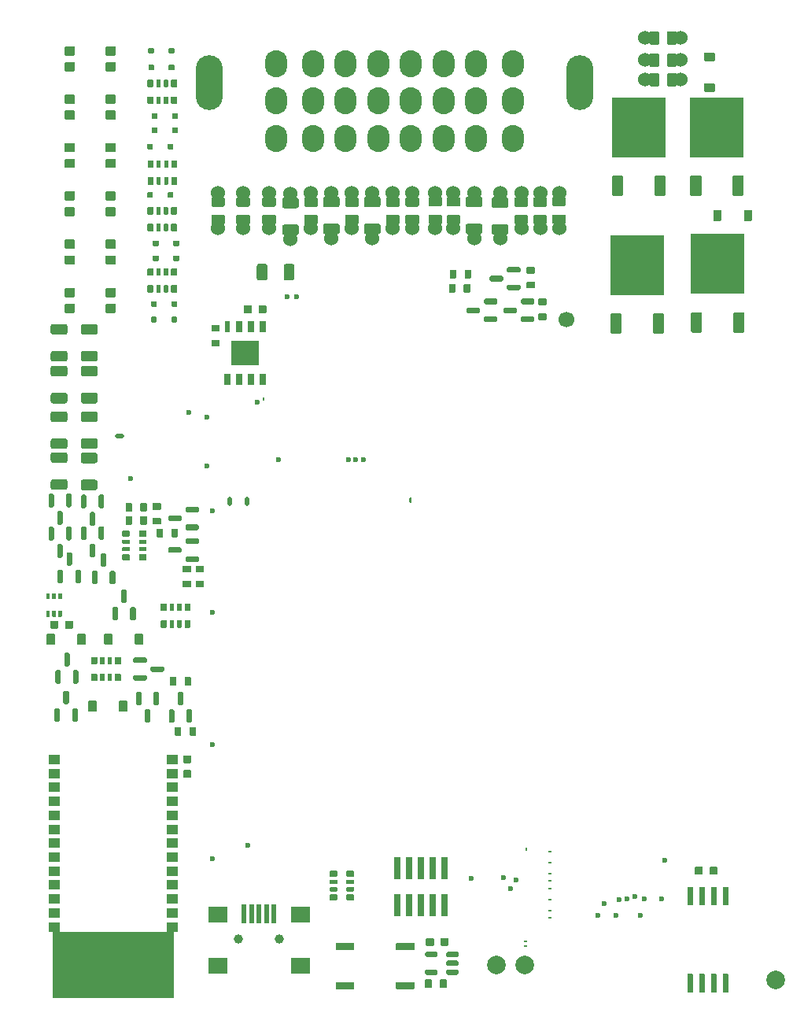
<source format=gts>
G04 #@! TF.GenerationSoftware,KiCad,Pcbnew,(6.0.1)*
G04 #@! TF.CreationDate,2022-03-17T20:53:31+02:00*
G04 #@! TF.ProjectId,alphax_2ch,616c7068-6178-45f3-9263-682e6b696361,b*
G04 #@! TF.SameCoordinates,PX141f5e0PYa2cace0*
G04 #@! TF.FileFunction,Soldermask,Top*
G04 #@! TF.FilePolarity,Negative*
%FSLAX46Y46*%
G04 Gerber Fmt 4.6, Leading zero omitted, Abs format (unit mm)*
G04 Created by KiCad (PCBNEW (6.0.1)) date 2022-03-17 20:53:31*
%MOMM*%
%LPD*%
G01*
G04 APERTURE LIST*
%ADD10C,0.120000*%
%ADD11O,0.399999X0.200000*%
%ADD12C,0.599999*%
%ADD13C,1.524000*%
%ADD14C,2.000000*%
%ADD15C,1.700000*%
%ADD16C,1.000000*%
%ADD17R,0.500000X2.000000*%
%ADD18R,2.000000X1.700000*%
%ADD19R,5.800000X6.400000*%
%ADD20O,0.250000X0.499999*%
%ADD21O,0.499999X0.250000*%
%ADD22O,1.000001X0.499999*%
%ADD23O,0.200000X0.499999*%
%ADD24R,0.650000X1.310000*%
%ADD25R,0.600000X1.310000*%
%ADD26R,1.500000X1.325000*%
%ADD27R,1.300000X1.000000*%
%ADD28O,2.900000X5.900000*%
%ADD29O,2.400000X2.900000*%
%ADD30O,0.499999X1.000001*%
%ADD31R,0.740000X2.400000*%
G04 APERTURE END LIST*
D10*
G04 #@! TO.C,U4*
X6700000Y200000D02*
X6700000Y7200000D01*
X6700000Y7200000D02*
X19700000Y7200000D01*
X19700000Y7200000D02*
X19700000Y200000D01*
X19700000Y200000D02*
X6700000Y200000D01*
G36*
X19700000Y200000D02*
G01*
X6700000Y200000D01*
X6700000Y7200000D01*
X19700000Y7200000D01*
X19700000Y200000D01*
G37*
X19700000Y200000D02*
X6700000Y200000D01*
X6700000Y7200000D01*
X19700000Y7200000D01*
X19700000Y200000D01*
G04 #@! TD*
G04 #@! TO.C,U5*
G36*
G01*
X50400000Y3050000D02*
X50400000Y2750000D01*
G75*
G02*
X50250000Y2600000I-150000J0D01*
G01*
X49225000Y2600000D01*
G75*
G02*
X49075000Y2750000I0J150000D01*
G01*
X49075000Y3050000D01*
G75*
G02*
X49225000Y3200000I150000J0D01*
G01*
X50250000Y3200000D01*
G75*
G02*
X50400000Y3050000I0J-150000D01*
G01*
G37*
G36*
G01*
X50400000Y4000000D02*
X50400000Y3700000D01*
G75*
G02*
X50250000Y3550000I-150000J0D01*
G01*
X49225000Y3550000D01*
G75*
G02*
X49075000Y3700000I0J150000D01*
G01*
X49075000Y4000000D01*
G75*
G02*
X49225000Y4150000I150000J0D01*
G01*
X50250000Y4150000D01*
G75*
G02*
X50400000Y4000000I0J-150000D01*
G01*
G37*
G36*
G01*
X50400000Y4950000D02*
X50400000Y4650000D01*
G75*
G02*
X50250000Y4500000I-150000J0D01*
G01*
X49225000Y4500000D01*
G75*
G02*
X49075000Y4650000I0J150000D01*
G01*
X49075000Y4950000D01*
G75*
G02*
X49225000Y5100000I150000J0D01*
G01*
X50250000Y5100000D01*
G75*
G02*
X50400000Y4950000I0J-150000D01*
G01*
G37*
G36*
G01*
X48125000Y4950000D02*
X48125000Y4650000D01*
G75*
G02*
X47975000Y4500000I-150000J0D01*
G01*
X46950000Y4500000D01*
G75*
G02*
X46800000Y4650000I0J150000D01*
G01*
X46800000Y4950000D01*
G75*
G02*
X46950000Y5100000I150000J0D01*
G01*
X47975000Y5100000D01*
G75*
G02*
X48125000Y4950000I0J-150000D01*
G01*
G37*
G36*
G01*
X48125000Y3050000D02*
X48125000Y2750000D01*
G75*
G02*
X47975000Y2600000I-150000J0D01*
G01*
X46950000Y2600000D01*
G75*
G02*
X46800000Y2750000I0J150000D01*
G01*
X46800000Y3050000D01*
G75*
G02*
X46950000Y3200000I150000J0D01*
G01*
X47975000Y3200000D01*
G75*
G02*
X48125000Y3050000I0J-150000D01*
G01*
G37*
G04 #@! TD*
D11*
G04 #@! TO.C,M4*
X60263525Y8795163D03*
X60263525Y9555142D03*
X60263525Y10730135D03*
X60263525Y11905122D03*
X60263525Y12745034D03*
X60263525Y13495106D03*
X60263525Y14670117D03*
X60263525Y15845114D03*
D12*
X70363132Y10805111D03*
X69938124Y8970101D03*
X69388127Y11020109D03*
X68513168Y10805114D03*
X67663145Y10730107D03*
X67338129Y8970101D03*
X66038162Y10280101D03*
X65388145Y8970101D03*
X72563148Y14895116D03*
X72263146Y10820110D03*
G04 #@! TD*
G04 #@! TO.C,R8*
G36*
G01*
X50461417Y83351578D02*
X49211417Y83351578D01*
G75*
G02*
X49111417Y83451578I0J100000D01*
G01*
X49111417Y84251578D01*
G75*
G02*
X49211417Y84351578I100000J0D01*
G01*
X50461417Y84351578D01*
G75*
G02*
X50561417Y84251578I0J-100000D01*
G01*
X50561417Y83451578D01*
G75*
G02*
X50461417Y83351578I-100000J0D01*
G01*
G37*
D13*
X49836417Y82896579D03*
X49836417Y86706579D03*
G36*
G01*
X50461417Y85251600D02*
X49211417Y85251600D01*
G75*
G02*
X49111417Y85351600I0J100000D01*
G01*
X49111417Y86151600D01*
G75*
G02*
X49211417Y86251600I100000J0D01*
G01*
X50461417Y86251600D01*
G75*
G02*
X50561417Y86151600I0J-100000D01*
G01*
X50561417Y85351600D01*
G75*
G02*
X50461417Y85251600I-100000J0D01*
G01*
G37*
G04 #@! TD*
G04 #@! TO.C,R29*
G36*
G01*
X17510000Y53350000D02*
X18290000Y53350000D01*
G75*
G02*
X18360000Y53280000I0J-70000D01*
G01*
X18360000Y52720000D01*
G75*
G02*
X18290000Y52650000I-70000J0D01*
G01*
X17510000Y52650000D01*
G75*
G02*
X17440000Y52720000I0J70000D01*
G01*
X17440000Y53280000D01*
G75*
G02*
X17510000Y53350000I70000J0D01*
G01*
G37*
G36*
G01*
X17510000Y51750000D02*
X18290000Y51750000D01*
G75*
G02*
X18360000Y51680000I0J-70000D01*
G01*
X18360000Y51120000D01*
G75*
G02*
X18290000Y51050000I-70000J0D01*
G01*
X17510000Y51050000D01*
G75*
G02*
X17440000Y51120000I0J70000D01*
G01*
X17440000Y51680000D01*
G75*
G02*
X17510000Y51750000I70000J0D01*
G01*
G37*
G04 #@! TD*
G04 #@! TO.C,R2*
G36*
G01*
X16900000Y76065000D02*
X16900000Y76735000D01*
G75*
G02*
X16965000Y76800000I65000J0D01*
G01*
X17485000Y76800000D01*
G75*
G02*
X17550000Y76735000I0J-65000D01*
G01*
X17550000Y76065000D01*
G75*
G02*
X17485000Y76000000I-65000J0D01*
G01*
X16965000Y76000000D01*
G75*
G02*
X16900000Y76065000I0J65000D01*
G01*
G37*
G36*
G01*
X17875000Y76045000D02*
X17875000Y76755000D01*
G75*
G02*
X17920000Y76800000I45000J0D01*
G01*
X18280000Y76800000D01*
G75*
G02*
X18325000Y76755000I0J-45000D01*
G01*
X18325000Y76045000D01*
G75*
G02*
X18280000Y76000000I-45000J0D01*
G01*
X17920000Y76000000D01*
G75*
G02*
X17875000Y76045000I0J45000D01*
G01*
G37*
G36*
G01*
X18675000Y76045000D02*
X18675000Y76755000D01*
G75*
G02*
X18720000Y76800000I45000J0D01*
G01*
X19080000Y76800000D01*
G75*
G02*
X19125000Y76755000I0J-45000D01*
G01*
X19125000Y76045000D01*
G75*
G02*
X19080000Y76000000I-45000J0D01*
G01*
X18720000Y76000000D01*
G75*
G02*
X18675000Y76045000I0J45000D01*
G01*
G37*
G36*
G01*
X19450000Y76065000D02*
X19450000Y76735000D01*
G75*
G02*
X19515000Y76800000I65000J0D01*
G01*
X20035000Y76800000D01*
G75*
G02*
X20100000Y76735000I0J-65000D01*
G01*
X20100000Y76065000D01*
G75*
G02*
X20035000Y76000000I-65000J0D01*
G01*
X19515000Y76000000D01*
G75*
G02*
X19450000Y76065000I0J65000D01*
G01*
G37*
G36*
G01*
X19450000Y77865000D02*
X19450000Y78535000D01*
G75*
G02*
X19515000Y78600000I65000J0D01*
G01*
X20035000Y78600000D01*
G75*
G02*
X20100000Y78535000I0J-65000D01*
G01*
X20100000Y77865000D01*
G75*
G02*
X20035000Y77800000I-65000J0D01*
G01*
X19515000Y77800000D01*
G75*
G02*
X19450000Y77865000I0J65000D01*
G01*
G37*
G36*
G01*
X18675000Y77845000D02*
X18675000Y78555000D01*
G75*
G02*
X18720000Y78600000I45000J0D01*
G01*
X19080000Y78600000D01*
G75*
G02*
X19125000Y78555000I0J-45000D01*
G01*
X19125000Y77845000D01*
G75*
G02*
X19080000Y77800000I-45000J0D01*
G01*
X18720000Y77800000D01*
G75*
G02*
X18675000Y77845000I0J45000D01*
G01*
G37*
G36*
G01*
X17875000Y77845000D02*
X17875000Y78555000D01*
G75*
G02*
X17920000Y78600000I45000J0D01*
G01*
X18280000Y78600000D01*
G75*
G02*
X18325000Y78555000I0J-45000D01*
G01*
X18325000Y77845000D01*
G75*
G02*
X18280000Y77800000I-45000J0D01*
G01*
X17920000Y77800000D01*
G75*
G02*
X17875000Y77845000I0J45000D01*
G01*
G37*
G36*
G01*
X16900000Y77865000D02*
X16900000Y78535000D01*
G75*
G02*
X16965000Y78600000I65000J0D01*
G01*
X17485000Y78600000D01*
G75*
G02*
X17550000Y78535000I0J-65000D01*
G01*
X17550000Y77865000D01*
G75*
G02*
X17485000Y77800000I-65000J0D01*
G01*
X16965000Y77800000D01*
G75*
G02*
X16900000Y77865000I0J65000D01*
G01*
G37*
G04 #@! TD*
G04 #@! TO.C,R4*
G36*
G01*
X20124000Y90147000D02*
X20124000Y89477000D01*
G75*
G02*
X20059000Y89412000I-65000J0D01*
G01*
X19539000Y89412000D01*
G75*
G02*
X19474000Y89477000I0J65000D01*
G01*
X19474000Y90147000D01*
G75*
G02*
X19539000Y90212000I65000J0D01*
G01*
X20059000Y90212000D01*
G75*
G02*
X20124000Y90147000I0J-65000D01*
G01*
G37*
G36*
G01*
X19149000Y90167000D02*
X19149000Y89457000D01*
G75*
G02*
X19104000Y89412000I-45000J0D01*
G01*
X18744000Y89412000D01*
G75*
G02*
X18699000Y89457000I0J45000D01*
G01*
X18699000Y90167000D01*
G75*
G02*
X18744000Y90212000I45000J0D01*
G01*
X19104000Y90212000D01*
G75*
G02*
X19149000Y90167000I0J-45000D01*
G01*
G37*
G36*
G01*
X18349000Y90167000D02*
X18349000Y89457000D01*
G75*
G02*
X18304000Y89412000I-45000J0D01*
G01*
X17944000Y89412000D01*
G75*
G02*
X17899000Y89457000I0J45000D01*
G01*
X17899000Y90167000D01*
G75*
G02*
X17944000Y90212000I45000J0D01*
G01*
X18304000Y90212000D01*
G75*
G02*
X18349000Y90167000I0J-45000D01*
G01*
G37*
G36*
G01*
X17574000Y90147000D02*
X17574000Y89477000D01*
G75*
G02*
X17509000Y89412000I-65000J0D01*
G01*
X16989000Y89412000D01*
G75*
G02*
X16924000Y89477000I0J65000D01*
G01*
X16924000Y90147000D01*
G75*
G02*
X16989000Y90212000I65000J0D01*
G01*
X17509000Y90212000D01*
G75*
G02*
X17574000Y90147000I0J-65000D01*
G01*
G37*
G36*
G01*
X17574000Y88347000D02*
X17574000Y87677000D01*
G75*
G02*
X17509000Y87612000I-65000J0D01*
G01*
X16989000Y87612000D01*
G75*
G02*
X16924000Y87677000I0J65000D01*
G01*
X16924000Y88347000D01*
G75*
G02*
X16989000Y88412000I65000J0D01*
G01*
X17509000Y88412000D01*
G75*
G02*
X17574000Y88347000I0J-65000D01*
G01*
G37*
G36*
G01*
X18349000Y88367000D02*
X18349000Y87657000D01*
G75*
G02*
X18304000Y87612000I-45000J0D01*
G01*
X17944000Y87612000D01*
G75*
G02*
X17899000Y87657000I0J45000D01*
G01*
X17899000Y88367000D01*
G75*
G02*
X17944000Y88412000I45000J0D01*
G01*
X18304000Y88412000D01*
G75*
G02*
X18349000Y88367000I0J-45000D01*
G01*
G37*
G36*
G01*
X19149000Y88367000D02*
X19149000Y87657000D01*
G75*
G02*
X19104000Y87612000I-45000J0D01*
G01*
X18744000Y87612000D01*
G75*
G02*
X18699000Y87657000I0J45000D01*
G01*
X18699000Y88367000D01*
G75*
G02*
X18744000Y88412000I45000J0D01*
G01*
X19104000Y88412000D01*
G75*
G02*
X19149000Y88367000I0J-45000D01*
G01*
G37*
G36*
G01*
X20124000Y88347000D02*
X20124000Y87677000D01*
G75*
G02*
X20059000Y87612000I-65000J0D01*
G01*
X19539000Y87612000D01*
G75*
G02*
X19474000Y87677000I0J65000D01*
G01*
X19474000Y88347000D01*
G75*
G02*
X19539000Y88412000I65000J0D01*
G01*
X20059000Y88412000D01*
G75*
G02*
X20124000Y88347000I0J-65000D01*
G01*
G37*
G04 #@! TD*
G04 #@! TO.C,C3*
G36*
G01*
X20860000Y26215001D02*
X21540000Y26215001D01*
G75*
G02*
X21625000Y26130001I0J-85000D01*
G01*
X21625000Y25450001D01*
G75*
G02*
X21540000Y25365001I-85000J0D01*
G01*
X20860000Y25365001D01*
G75*
G02*
X20775000Y25450001I0J85000D01*
G01*
X20775000Y26130001D01*
G75*
G02*
X20860000Y26215001I85000J0D01*
G01*
G37*
G36*
G01*
X20860000Y24634999D02*
X21540000Y24634999D01*
G75*
G02*
X21625000Y24549999I0J-85000D01*
G01*
X21625000Y23869999D01*
G75*
G02*
X21540000Y23784999I-85000J0D01*
G01*
X20860000Y23784999D01*
G75*
G02*
X20775000Y23869999I0J85000D01*
G01*
X20775000Y24549999D01*
G75*
G02*
X20860000Y24634999I85000J0D01*
G01*
G37*
G04 #@! TD*
G04 #@! TO.C,R9*
X47882571Y82918049D03*
G36*
G01*
X48507571Y83373048D02*
X47257571Y83373048D01*
G75*
G02*
X47157571Y83473048I0J100000D01*
G01*
X47157571Y84273048D01*
G75*
G02*
X47257571Y84373048I100000J0D01*
G01*
X48507571Y84373048D01*
G75*
G02*
X48607571Y84273048I0J-100000D01*
G01*
X48607571Y83473048D01*
G75*
G02*
X48507571Y83373048I-100000J0D01*
G01*
G37*
G36*
G01*
X48507571Y85273070D02*
X47257571Y85273070D01*
G75*
G02*
X47157571Y85373070I0J100000D01*
G01*
X47157571Y86173070D01*
G75*
G02*
X47257571Y86273070I100000J0D01*
G01*
X48507571Y86273070D01*
G75*
G02*
X48607571Y86173070I0J-100000D01*
G01*
X48607571Y85373070D01*
G75*
G02*
X48507571Y85273070I-100000J0D01*
G01*
G37*
X47882571Y86728049D03*
G04 #@! TD*
G04 #@! TO.C,R21*
G36*
G01*
X8300000Y60094990D02*
X8300000Y59404990D01*
G75*
G02*
X8070000Y59174990I-230000J0D01*
G01*
X6730000Y59174990D01*
G75*
G02*
X6500000Y59404990I0J230000D01*
G01*
X6500000Y60094990D01*
G75*
G02*
X6730000Y60324990I230000J0D01*
G01*
X8070000Y60324990D01*
G75*
G02*
X8300000Y60094990I0J-230000D01*
G01*
G37*
G36*
G01*
X8300000Y62995010D02*
X8300000Y62305010D01*
G75*
G02*
X8070000Y62075010I-230000J0D01*
G01*
X6730000Y62075010D01*
G75*
G02*
X6500000Y62305010I0J230000D01*
G01*
X6500000Y62995010D01*
G75*
G02*
X6730000Y63225010I230000J0D01*
G01*
X8070000Y63225010D01*
G75*
G02*
X8300000Y62995010I0J-230000D01*
G01*
G37*
G04 #@! TD*
D14*
G04 #@! TO.C,J5*
X54500000Y3650000D03*
G04 #@! TD*
D13*
G04 #@! TO.C,F4*
X36700000Y86750000D03*
G36*
G01*
X35800000Y85405010D02*
X35800000Y86095010D01*
G75*
G02*
X36030000Y86325010I230000J0D01*
G01*
X37370000Y86325010D01*
G75*
G02*
X37600000Y86095010I0J-230000D01*
G01*
X37600000Y85405010D01*
G75*
G02*
X37370000Y85175010I-230000J0D01*
G01*
X36030000Y85175010D01*
G75*
G02*
X35800000Y85405010I0J230000D01*
G01*
G37*
X36700000Y81850000D03*
G36*
G01*
X35800000Y82504990D02*
X35800000Y83194990D01*
G75*
G02*
X36030000Y83424990I230000J0D01*
G01*
X37370000Y83424990D01*
G75*
G02*
X37600000Y83194990I0J-230000D01*
G01*
X37600000Y82504990D01*
G75*
G02*
X37370000Y82274990I-230000J0D01*
G01*
X36030000Y82274990D01*
G75*
G02*
X35800000Y82504990I0J230000D01*
G01*
G37*
G04 #@! TD*
G04 #@! TO.C,Q13*
G36*
G01*
X57075000Y76700000D02*
X57075000Y76400000D01*
G75*
G02*
X56925000Y76250000I-150000J0D01*
G01*
X55750000Y76250000D01*
G75*
G02*
X55600000Y76400000I0J150000D01*
G01*
X55600000Y76700000D01*
G75*
G02*
X55750000Y76850000I150000J0D01*
G01*
X56925000Y76850000D01*
G75*
G02*
X57075000Y76700000I0J-150000D01*
G01*
G37*
G36*
G01*
X55200000Y77650000D02*
X55200000Y77350000D01*
G75*
G02*
X55050000Y77200000I-150000J0D01*
G01*
X53875000Y77200000D01*
G75*
G02*
X53725000Y77350000I0J150000D01*
G01*
X53725000Y77650000D01*
G75*
G02*
X53875000Y77800000I150000J0D01*
G01*
X55050000Y77800000D01*
G75*
G02*
X55200000Y77650000I0J-150000D01*
G01*
G37*
G36*
G01*
X57075000Y78600000D02*
X57075000Y78300000D01*
G75*
G02*
X56925000Y78150000I-150000J0D01*
G01*
X55750000Y78150000D01*
G75*
G02*
X55600000Y78300000I0J150000D01*
G01*
X55600000Y78600000D01*
G75*
G02*
X55750000Y78750000I150000J0D01*
G01*
X56925000Y78750000D01*
G75*
G02*
X57075000Y78600000I0J-150000D01*
G01*
G37*
G04 #@! TD*
G04 #@! TO.C,D1*
G36*
G01*
X17561499Y80000000D02*
X18041499Y80000000D01*
G75*
G02*
X18101499Y79940000I0J-60000D01*
G01*
X18101499Y79460000D01*
G75*
G02*
X18041499Y79400000I-60000J0D01*
G01*
X17561499Y79400000D01*
G75*
G02*
X17501499Y79460000I0J60000D01*
G01*
X17501499Y79940000D01*
G75*
G02*
X17561499Y80000000I60000J0D01*
G01*
G37*
G36*
G01*
X19761499Y80000000D02*
X20241499Y80000000D01*
G75*
G02*
X20301499Y79940000I0J-60000D01*
G01*
X20301499Y79460000D01*
G75*
G02*
X20241499Y79400000I-60000J0D01*
G01*
X19761499Y79400000D01*
G75*
G02*
X19701499Y79460000I0J60000D01*
G01*
X19701499Y79940000D01*
G75*
G02*
X19761499Y80000000I60000J0D01*
G01*
G37*
G04 #@! TD*
G04 #@! TO.C,D15*
G36*
G01*
X13399998Y84200001D02*
X12499998Y84200001D01*
G75*
G02*
X12399998Y84300001I0J100000D01*
G01*
X12399998Y85100001D01*
G75*
G02*
X12499998Y85200001I100000J0D01*
G01*
X13399998Y85200001D01*
G75*
G02*
X13499998Y85100001I0J-100000D01*
G01*
X13499998Y84300001D01*
G75*
G02*
X13399998Y84200001I-100000J0D01*
G01*
G37*
G36*
G01*
X13399998Y85900001D02*
X12499998Y85900001D01*
G75*
G02*
X12399998Y86000001I0J100000D01*
G01*
X12399998Y86800001D01*
G75*
G02*
X12499998Y86900001I100000J0D01*
G01*
X13399998Y86900001D01*
G75*
G02*
X13499998Y86800001I0J-100000D01*
G01*
X13499998Y86000001D01*
G75*
G02*
X13399998Y85900001I-100000J0D01*
G01*
G37*
G04 #@! TD*
G04 #@! TO.C,C1*
G36*
G01*
X27284999Y73860000D02*
X27284999Y74540000D01*
G75*
G02*
X27369999Y74625000I85000J0D01*
G01*
X28049999Y74625000D01*
G75*
G02*
X28134999Y74540000I0J-85000D01*
G01*
X28134999Y73860000D01*
G75*
G02*
X28049999Y73775000I-85000J0D01*
G01*
X27369999Y73775000D01*
G75*
G02*
X27284999Y73860000I0J85000D01*
G01*
G37*
G36*
G01*
X28865001Y73860000D02*
X28865001Y74540000D01*
G75*
G02*
X28950001Y74625000I85000J0D01*
G01*
X29630001Y74625000D01*
G75*
G02*
X29715001Y74540000I0J-85000D01*
G01*
X29715001Y73860000D01*
G75*
G02*
X29630001Y73775000I-85000J0D01*
G01*
X28950001Y73775000D01*
G75*
G02*
X28865001Y73860000I0J85000D01*
G01*
G37*
G04 #@! TD*
G04 #@! TO.C,S1*
G36*
G01*
X43730000Y6050001D02*
X45570000Y6050001D01*
G75*
G02*
X45650000Y5970001I0J-80000D01*
G01*
X45650000Y5330001D01*
G75*
G02*
X45570000Y5250001I-80000J0D01*
G01*
X43730000Y5250001D01*
G75*
G02*
X43650000Y5330001I0J80000D01*
G01*
X43650000Y5970001D01*
G75*
G02*
X43730000Y6050001I80000J0D01*
G01*
G37*
G36*
G01*
X43730000Y1850000D02*
X45570000Y1850000D01*
G75*
G02*
X45650000Y1770000I0J-80000D01*
G01*
X45650000Y1130000D01*
G75*
G02*
X45570000Y1050000I-80000J0D01*
G01*
X43730000Y1050000D01*
G75*
G02*
X43650000Y1130000I0J80000D01*
G01*
X43650000Y1770000D01*
G75*
G02*
X43730000Y1850000I80000J0D01*
G01*
G37*
G04 #@! TD*
G04 #@! TO.C,D6*
G36*
G01*
X17058502Y102312502D02*
X17538502Y102312502D01*
G75*
G02*
X17598502Y102252502I0J-60000D01*
G01*
X17598502Y101772502D01*
G75*
G02*
X17538502Y101712502I-60000J0D01*
G01*
X17058502Y101712502D01*
G75*
G02*
X16998502Y101772502I0J60000D01*
G01*
X16998502Y102252502D01*
G75*
G02*
X17058502Y102312502I60000J0D01*
G01*
G37*
G36*
G01*
X19258502Y102312502D02*
X19738502Y102312502D01*
G75*
G02*
X19798502Y102252502I0J-60000D01*
G01*
X19798502Y101772502D01*
G75*
G02*
X19738502Y101712502I-60000J0D01*
G01*
X19258502Y101712502D01*
G75*
G02*
X19198502Y101772502I0J60000D01*
G01*
X19198502Y102252502D01*
G75*
G02*
X19258502Y102312502I60000J0D01*
G01*
G37*
G04 #@! TD*
G04 #@! TO.C,C4*
G36*
G01*
X49315001Y6490000D02*
X49315001Y5810000D01*
G75*
G02*
X49230001Y5725000I-85000J0D01*
G01*
X48550001Y5725000D01*
G75*
G02*
X48465001Y5810000I0J85000D01*
G01*
X48465001Y6490000D01*
G75*
G02*
X48550001Y6575000I85000J0D01*
G01*
X49230001Y6575000D01*
G75*
G02*
X49315001Y6490000I0J-85000D01*
G01*
G37*
G36*
G01*
X47734999Y6490000D02*
X47734999Y5810000D01*
G75*
G02*
X47649999Y5725000I-85000J0D01*
G01*
X46969999Y5725000D01*
G75*
G02*
X46884999Y5810000I0J85000D01*
G01*
X46884999Y6490000D01*
G75*
G02*
X46969999Y6575000I85000J0D01*
G01*
X47649999Y6575000D01*
G75*
G02*
X47734999Y6490000I0J-85000D01*
G01*
G37*
G04 #@! TD*
G04 #@! TO.C,Q1*
G36*
G01*
X7350000Y29825000D02*
X7050000Y29825000D01*
G75*
G02*
X6900000Y29975000I0J150000D01*
G01*
X6900000Y31150000D01*
G75*
G02*
X7050000Y31300000I150000J0D01*
G01*
X7350000Y31300000D01*
G75*
G02*
X7500000Y31150000I0J-150000D01*
G01*
X7500000Y29975000D01*
G75*
G02*
X7350000Y29825000I-150000J0D01*
G01*
G37*
G36*
G01*
X8300000Y31700000D02*
X8000000Y31700000D01*
G75*
G02*
X7850000Y31850000I0J150000D01*
G01*
X7850000Y33025000D01*
G75*
G02*
X8000000Y33175000I150000J0D01*
G01*
X8300000Y33175000D01*
G75*
G02*
X8450000Y33025000I0J-150000D01*
G01*
X8450000Y31850000D01*
G75*
G02*
X8300000Y31700000I-150000J0D01*
G01*
G37*
G36*
G01*
X9250000Y29825000D02*
X8950000Y29825000D01*
G75*
G02*
X8800000Y29975000I0J150000D01*
G01*
X8800000Y31150000D01*
G75*
G02*
X8950000Y31300000I150000J0D01*
G01*
X9250000Y31300000D01*
G75*
G02*
X9400000Y31150000I0J-150000D01*
G01*
X9400000Y29975000D01*
G75*
G02*
X9250000Y29825000I-150000J0D01*
G01*
G37*
G04 #@! TD*
G04 #@! TO.C,R24*
G36*
G01*
X8300000Y64994990D02*
X8300000Y64304990D01*
G75*
G02*
X8070000Y64074990I-230000J0D01*
G01*
X6730000Y64074990D01*
G75*
G02*
X6500000Y64304990I0J230000D01*
G01*
X6500000Y64994990D01*
G75*
G02*
X6730000Y65224990I230000J0D01*
G01*
X8070000Y65224990D01*
G75*
G02*
X8300000Y64994990I0J-230000D01*
G01*
G37*
G36*
G01*
X8300000Y67895010D02*
X8300000Y67205010D01*
G75*
G02*
X8070000Y66975010I-230000J0D01*
G01*
X6730000Y66975010D01*
G75*
G02*
X6500000Y67205010I0J230000D01*
G01*
X6500000Y67895010D01*
G75*
G02*
X6730000Y68125010I230000J0D01*
G01*
X8070000Y68125010D01*
G75*
G02*
X8300000Y67895010I0J-230000D01*
G01*
G37*
G04 #@! TD*
G04 #@! TO.C,D28*
G36*
G01*
X10250000Y39210000D02*
X10250000Y38190000D01*
G75*
G02*
X10160000Y38100000I-90000J0D01*
G01*
X9440000Y38100000D01*
G75*
G02*
X9350000Y38190000I0J90000D01*
G01*
X9350000Y39210000D01*
G75*
G02*
X9440000Y39300000I90000J0D01*
G01*
X10160000Y39300000D01*
G75*
G02*
X10250000Y39210000I0J-90000D01*
G01*
G37*
G36*
G01*
X6950000Y39210000D02*
X6950000Y38190000D01*
G75*
G02*
X6860000Y38100000I-90000J0D01*
G01*
X6140000Y38100000D01*
G75*
G02*
X6050000Y38190000I0J90000D01*
G01*
X6050000Y39210000D01*
G75*
G02*
X6140000Y39300000I90000J0D01*
G01*
X6860000Y39300000D01*
G75*
G02*
X6950000Y39210000I0J-90000D01*
G01*
G37*
G04 #@! TD*
G04 #@! TO.C,D12*
G36*
G01*
X13399998Y79000001D02*
X12499998Y79000001D01*
G75*
G02*
X12399998Y79100001I0J100000D01*
G01*
X12399998Y79900001D01*
G75*
G02*
X12499998Y80000001I100000J0D01*
G01*
X13399998Y80000001D01*
G75*
G02*
X13499998Y79900001I0J-100000D01*
G01*
X13499998Y79100001D01*
G75*
G02*
X13399998Y79000001I-100000J0D01*
G01*
G37*
G36*
G01*
X13399998Y80700001D02*
X12499998Y80700001D01*
G75*
G02*
X12399998Y80800001I0J100000D01*
G01*
X12399998Y81600001D01*
G75*
G02*
X12499998Y81700001I100000J0D01*
G01*
X13399998Y81700001D01*
G75*
G02*
X13499998Y81600001I0J-100000D01*
G01*
X13499998Y80800001D01*
G75*
G02*
X13399998Y80700001I-100000J0D01*
G01*
G37*
G04 #@! TD*
D15*
G04 #@! TO.C,P2*
X61958000Y73100000D03*
G04 #@! TD*
G04 #@! TO.C,R38*
G36*
G01*
X19850000Y28410000D02*
X19850000Y29190000D01*
G75*
G02*
X19920000Y29260000I70000J0D01*
G01*
X20480000Y29260000D01*
G75*
G02*
X20550000Y29190000I0J-70000D01*
G01*
X20550000Y28410000D01*
G75*
G02*
X20480000Y28340000I-70000J0D01*
G01*
X19920000Y28340000D01*
G75*
G02*
X19850000Y28410000I0J70000D01*
G01*
G37*
G36*
G01*
X21450000Y28410000D02*
X21450000Y29190000D01*
G75*
G02*
X21520000Y29260000I70000J0D01*
G01*
X22080000Y29260000D01*
G75*
G02*
X22150000Y29190000I0J-70000D01*
G01*
X22150000Y28410000D01*
G75*
G02*
X22080000Y28340000I-70000J0D01*
G01*
X21520000Y28340000D01*
G75*
G02*
X21450000Y28410000I0J70000D01*
G01*
G37*
G04 #@! TD*
G04 #@! TO.C,D22*
G36*
G01*
X17060000Y100500000D02*
X17540000Y100500000D01*
G75*
G02*
X17600000Y100440000I0J-60000D01*
G01*
X17600000Y99960000D01*
G75*
G02*
X17540000Y99900000I-60000J0D01*
G01*
X17060000Y99900000D01*
G75*
G02*
X17000000Y99960000I0J60000D01*
G01*
X17000000Y100440000D01*
G75*
G02*
X17060000Y100500000I60000J0D01*
G01*
G37*
G36*
G01*
X19260000Y100500000D02*
X19740000Y100500000D01*
G75*
G02*
X19800000Y100440000I0J-60000D01*
G01*
X19800000Y99960000D01*
G75*
G02*
X19740000Y99900000I-60000J0D01*
G01*
X19260000Y99900000D01*
G75*
G02*
X19200000Y99960000I0J60000D01*
G01*
X19200000Y100440000D01*
G75*
G02*
X19260000Y100500000I60000J0D01*
G01*
G37*
G04 #@! TD*
G04 #@! TO.C,R32*
G36*
G01*
X51650000Y76856000D02*
X51650000Y76076000D01*
G75*
G02*
X51580000Y76006000I-70000J0D01*
G01*
X51020000Y76006000D01*
G75*
G02*
X50950000Y76076000I0J70000D01*
G01*
X50950000Y76856000D01*
G75*
G02*
X51020000Y76926000I70000J0D01*
G01*
X51580000Y76926000D01*
G75*
G02*
X51650000Y76856000I0J-70000D01*
G01*
G37*
G36*
G01*
X50050000Y76856000D02*
X50050000Y76076000D01*
G75*
G02*
X49980000Y76006000I-70000J0D01*
G01*
X49420000Y76006000D01*
G75*
G02*
X49350000Y76076000I0J70000D01*
G01*
X49350000Y76856000D01*
G75*
G02*
X49420000Y76926000I70000J0D01*
G01*
X49980000Y76926000D01*
G75*
G02*
X50050000Y76856000I0J-70000D01*
G01*
G37*
G04 #@! TD*
G04 #@! TO.C,D11*
G36*
G01*
X13399998Y94600001D02*
X12499998Y94600001D01*
G75*
G02*
X12399998Y94700001I0J100000D01*
G01*
X12399998Y95500001D01*
G75*
G02*
X12499998Y95600001I100000J0D01*
G01*
X13399998Y95600001D01*
G75*
G02*
X13499998Y95500001I0J-100000D01*
G01*
X13499998Y94700001D01*
G75*
G02*
X13399998Y94600001I-100000J0D01*
G01*
G37*
G36*
G01*
X13399998Y96300001D02*
X12499998Y96300001D01*
G75*
G02*
X12399998Y96400001I0J100000D01*
G01*
X12399998Y97200001D01*
G75*
G02*
X12499998Y97300001I100000J0D01*
G01*
X13399998Y97300001D01*
G75*
G02*
X13499998Y97200001I0J-100000D01*
G01*
X13499998Y96400001D01*
G75*
G02*
X13399998Y96300001I-100000J0D01*
G01*
G37*
G04 #@! TD*
D13*
G04 #@! TO.C,R11*
X24500000Y82895000D03*
G36*
G01*
X25125000Y83349999D02*
X23875000Y83349999D01*
G75*
G02*
X23775000Y83449999I0J100000D01*
G01*
X23775000Y84249999D01*
G75*
G02*
X23875000Y84349999I100000J0D01*
G01*
X25125000Y84349999D01*
G75*
G02*
X25225000Y84249999I0J-100000D01*
G01*
X25225000Y83449999D01*
G75*
G02*
X25125000Y83349999I-100000J0D01*
G01*
G37*
G36*
G01*
X25125000Y85250021D02*
X23875000Y85250021D01*
G75*
G02*
X23775000Y85350021I0J100000D01*
G01*
X23775000Y86150021D01*
G75*
G02*
X23875000Y86250021I100000J0D01*
G01*
X25125000Y86250021D01*
G75*
G02*
X25225000Y86150021I0J-100000D01*
G01*
X25225000Y85350021D01*
G75*
G02*
X25125000Y85250021I-100000J0D01*
G01*
G37*
X24500000Y86705000D03*
G04 #@! TD*
G04 #@! TO.C,R6*
X74305000Y103400000D03*
G36*
G01*
X73850001Y104025000D02*
X73850001Y102775000D01*
G75*
G02*
X73750001Y102675000I-100000J0D01*
G01*
X72950001Y102675000D01*
G75*
G02*
X72850001Y102775000I0J100000D01*
G01*
X72850001Y104025000D01*
G75*
G02*
X72950001Y104125000I100000J0D01*
G01*
X73750001Y104125000D01*
G75*
G02*
X73850001Y104025000I0J-100000D01*
G01*
G37*
G36*
G01*
X71949979Y104025000D02*
X71949979Y102775000D01*
G75*
G02*
X71849979Y102675000I-100000J0D01*
G01*
X71049979Y102675000D01*
G75*
G02*
X70949979Y102775000I0J100000D01*
G01*
X70949979Y104025000D01*
G75*
G02*
X71049979Y104125000I100000J0D01*
G01*
X71849979Y104125000D01*
G75*
G02*
X71949979Y104025000I0J-100000D01*
G01*
G37*
X70495000Y103400000D03*
G04 #@! TD*
D16*
G04 #@! TO.C,J1*
X31100000Y6475000D03*
X26700000Y6475000D03*
D17*
X27300000Y9175000D03*
X28100000Y9175000D03*
X28900000Y9175000D03*
X29700000Y9175000D03*
X30500000Y9175000D03*
D18*
X24450000Y9075000D03*
X33350000Y9075000D03*
X24450000Y3625000D03*
X33350000Y3625000D03*
G04 #@! TD*
G04 #@! TO.C,R36*
G36*
G01*
X11522072Y55654980D02*
X11522072Y54964980D01*
G75*
G02*
X11292072Y54734980I-230000J0D01*
G01*
X9952072Y54734980D01*
G75*
G02*
X9722072Y54964980I0J230000D01*
G01*
X9722072Y55654980D01*
G75*
G02*
X9952072Y55884980I230000J0D01*
G01*
X11292072Y55884980D01*
G75*
G02*
X11522072Y55654980I0J-230000D01*
G01*
G37*
G36*
G01*
X11522072Y58555000D02*
X11522072Y57865000D01*
G75*
G02*
X11292072Y57635000I-230000J0D01*
G01*
X9952072Y57635000D01*
G75*
G02*
X9722072Y57865000I0J230000D01*
G01*
X9722072Y58555000D01*
G75*
G02*
X9952072Y58785000I230000J0D01*
G01*
X11292072Y58785000D01*
G75*
G02*
X11522072Y58555000I0J-230000D01*
G01*
G37*
G04 #@! TD*
G04 #@! TO.C,Q8*
G36*
G01*
X76400000Y86400000D02*
X75440000Y86400000D01*
G75*
G02*
X75320000Y86520000I0J120000D01*
G01*
X75320000Y88480000D01*
G75*
G02*
X75440000Y88600000I120000J0D01*
G01*
X76400000Y88600000D01*
G75*
G02*
X76520000Y88480000I0J-120000D01*
G01*
X76520000Y86520000D01*
G75*
G02*
X76400000Y86400000I-120000J0D01*
G01*
G37*
D19*
X78200000Y93800000D03*
G36*
G01*
X80960000Y86400000D02*
X80000000Y86400000D01*
G75*
G02*
X79880000Y86520000I0J120000D01*
G01*
X79880000Y88480000D01*
G75*
G02*
X80000000Y88600000I120000J0D01*
G01*
X80960000Y88600000D01*
G75*
G02*
X81080000Y88480000I0J-120000D01*
G01*
X81080000Y86520000D01*
G75*
G02*
X80960000Y86400000I-120000J0D01*
G01*
G37*
G04 #@! TD*
G04 #@! TO.C,Q4*
G36*
G01*
X8300000Y50825000D02*
X8600000Y50825000D01*
G75*
G02*
X8750000Y50675000I0J-150000D01*
G01*
X8750000Y49500000D01*
G75*
G02*
X8600000Y49350000I-150000J0D01*
G01*
X8300000Y49350000D01*
G75*
G02*
X8150000Y49500000I0J150000D01*
G01*
X8150000Y50675000D01*
G75*
G02*
X8300000Y50825000I150000J0D01*
G01*
G37*
G36*
G01*
X7350000Y48950000D02*
X7650000Y48950000D01*
G75*
G02*
X7800000Y48800000I0J-150000D01*
G01*
X7800000Y47625000D01*
G75*
G02*
X7650000Y47475000I-150000J0D01*
G01*
X7350000Y47475000D01*
G75*
G02*
X7200000Y47625000I0J150000D01*
G01*
X7200000Y48800000D01*
G75*
G02*
X7350000Y48950000I150000J0D01*
G01*
G37*
G36*
G01*
X6400000Y50825000D02*
X6700000Y50825000D01*
G75*
G02*
X6850000Y50675000I0J-150000D01*
G01*
X6850000Y49500000D01*
G75*
G02*
X6700000Y49350000I-150000J0D01*
G01*
X6400000Y49350000D01*
G75*
G02*
X6250000Y49500000I0J150000D01*
G01*
X6250000Y50675000D01*
G75*
G02*
X6400000Y50825000I150000J0D01*
G01*
G37*
G04 #@! TD*
G04 #@! TO.C,Q3*
G36*
G01*
X7450000Y33925000D02*
X7150000Y33925000D01*
G75*
G02*
X7000000Y34075000I0J150000D01*
G01*
X7000000Y35250000D01*
G75*
G02*
X7150000Y35400000I150000J0D01*
G01*
X7450000Y35400000D01*
G75*
G02*
X7600000Y35250000I0J-150000D01*
G01*
X7600000Y34075000D01*
G75*
G02*
X7450000Y33925000I-150000J0D01*
G01*
G37*
G36*
G01*
X8400000Y35800000D02*
X8100000Y35800000D01*
G75*
G02*
X7950000Y35950000I0J150000D01*
G01*
X7950000Y37125000D01*
G75*
G02*
X8100000Y37275000I150000J0D01*
G01*
X8400000Y37275000D01*
G75*
G02*
X8550000Y37125000I0J-150000D01*
G01*
X8550000Y35950000D01*
G75*
G02*
X8400000Y35800000I-150000J0D01*
G01*
G37*
G36*
G01*
X9350000Y33925000D02*
X9050000Y33925000D01*
G75*
G02*
X8900000Y34075000I0J150000D01*
G01*
X8900000Y35250000D01*
G75*
G02*
X9050000Y35400000I150000J0D01*
G01*
X9350000Y35400000D01*
G75*
G02*
X9500000Y35250000I0J-150000D01*
G01*
X9500000Y34075000D01*
G75*
G02*
X9350000Y33925000I-150000J0D01*
G01*
G37*
G04 #@! TD*
G04 #@! TO.C,R30*
G36*
G01*
X59808000Y73050000D02*
X59028000Y73050000D01*
G75*
G02*
X58958000Y73120000I0J70000D01*
G01*
X58958000Y73680000D01*
G75*
G02*
X59028000Y73750000I70000J0D01*
G01*
X59808000Y73750000D01*
G75*
G02*
X59878000Y73680000I0J-70000D01*
G01*
X59878000Y73120000D01*
G75*
G02*
X59808000Y73050000I-70000J0D01*
G01*
G37*
G36*
G01*
X59808000Y74650000D02*
X59028000Y74650000D01*
G75*
G02*
X58958000Y74720000I0J70000D01*
G01*
X58958000Y75280000D01*
G75*
G02*
X59028000Y75350000I70000J0D01*
G01*
X59808000Y75350000D01*
G75*
G02*
X59878000Y75280000I0J-70000D01*
G01*
X59878000Y74720000D01*
G75*
G02*
X59808000Y74650000I-70000J0D01*
G01*
G37*
G04 #@! TD*
G04 #@! TO.C,R41*
G36*
G01*
X20760000Y46600000D02*
X21540000Y46600000D01*
G75*
G02*
X21610000Y46530000I0J-70000D01*
G01*
X21610000Y45970000D01*
G75*
G02*
X21540000Y45900000I-70000J0D01*
G01*
X20760000Y45900000D01*
G75*
G02*
X20690000Y45970000I0J70000D01*
G01*
X20690000Y46530000D01*
G75*
G02*
X20760000Y46600000I70000J0D01*
G01*
G37*
G36*
G01*
X20760000Y45000000D02*
X21540000Y45000000D01*
G75*
G02*
X21610000Y44930000I0J-70000D01*
G01*
X21610000Y44370000D01*
G75*
G02*
X21540000Y44300000I-70000J0D01*
G01*
X20760000Y44300000D01*
G75*
G02*
X20690000Y44370000I0J70000D01*
G01*
X20690000Y44930000D01*
G75*
G02*
X20760000Y45000000I70000J0D01*
G01*
G37*
G04 #@! TD*
G04 #@! TO.C,U2*
G36*
G01*
X7340000Y43675000D02*
X7660000Y43675000D01*
G75*
G02*
X7700000Y43635000I0J-40000D01*
G01*
X7700000Y43065000D01*
G75*
G02*
X7660000Y43025000I-40000J0D01*
G01*
X7340000Y43025000D01*
G75*
G02*
X7300000Y43065000I0J40000D01*
G01*
X7300000Y43635000D01*
G75*
G02*
X7340000Y43675000I40000J0D01*
G01*
G37*
G36*
G01*
X6690000Y43675000D02*
X7010000Y43675000D01*
G75*
G02*
X7050000Y43635000I0J-40000D01*
G01*
X7050000Y43065000D01*
G75*
G02*
X7010000Y43025000I-40000J0D01*
G01*
X6690000Y43025000D01*
G75*
G02*
X6650000Y43065000I0J40000D01*
G01*
X6650000Y43635000D01*
G75*
G02*
X6690000Y43675000I40000J0D01*
G01*
G37*
G36*
G01*
X6040000Y43675000D02*
X6360000Y43675000D01*
G75*
G02*
X6400000Y43635000I0J-40000D01*
G01*
X6400000Y43065000D01*
G75*
G02*
X6360000Y43025000I-40000J0D01*
G01*
X6040000Y43025000D01*
G75*
G02*
X6000000Y43065000I0J40000D01*
G01*
X6000000Y43635000D01*
G75*
G02*
X6040000Y43675000I40000J0D01*
G01*
G37*
G36*
G01*
X6040000Y41775000D02*
X6360000Y41775000D01*
G75*
G02*
X6400000Y41735000I0J-40000D01*
G01*
X6400000Y41165000D01*
G75*
G02*
X6360000Y41125000I-40000J0D01*
G01*
X6040000Y41125000D01*
G75*
G02*
X6000000Y41165000I0J40000D01*
G01*
X6000000Y41735000D01*
G75*
G02*
X6040000Y41775000I40000J0D01*
G01*
G37*
G36*
G01*
X6690000Y41775000D02*
X7010000Y41775000D01*
G75*
G02*
X7050000Y41735000I0J-40000D01*
G01*
X7050000Y41165000D01*
G75*
G02*
X7010000Y41125000I-40000J0D01*
G01*
X6690000Y41125000D01*
G75*
G02*
X6650000Y41165000I0J40000D01*
G01*
X6650000Y41735000D01*
G75*
G02*
X6690000Y41775000I40000J0D01*
G01*
G37*
G36*
G01*
X7340000Y41775000D02*
X7660000Y41775000D01*
G75*
G02*
X7700000Y41735000I0J-40000D01*
G01*
X7700000Y41165000D01*
G75*
G02*
X7660000Y41125000I-40000J0D01*
G01*
X7340000Y41125000D01*
G75*
G02*
X7300000Y41165000I0J40000D01*
G01*
X7300000Y41735000D01*
G75*
G02*
X7340000Y41775000I40000J0D01*
G01*
G37*
G04 #@! TD*
G04 #@! TO.C,Q15*
G36*
G01*
X11400000Y44625000D02*
X11100000Y44625000D01*
G75*
G02*
X10950000Y44775000I0J150000D01*
G01*
X10950000Y45950000D01*
G75*
G02*
X11100000Y46100000I150000J0D01*
G01*
X11400000Y46100000D01*
G75*
G02*
X11550000Y45950000I0J-150000D01*
G01*
X11550000Y44775000D01*
G75*
G02*
X11400000Y44625000I-150000J0D01*
G01*
G37*
G36*
G01*
X12350000Y46500000D02*
X12050000Y46500000D01*
G75*
G02*
X11900000Y46650000I0J150000D01*
G01*
X11900000Y47825000D01*
G75*
G02*
X12050000Y47975000I150000J0D01*
G01*
X12350000Y47975000D01*
G75*
G02*
X12500000Y47825000I0J-150000D01*
G01*
X12500000Y46650000D01*
G75*
G02*
X12350000Y46500000I-150000J0D01*
G01*
G37*
G36*
G01*
X13300000Y44625000D02*
X13000000Y44625000D01*
G75*
G02*
X12850000Y44775000I0J150000D01*
G01*
X12850000Y45950000D01*
G75*
G02*
X13000000Y46100000I150000J0D01*
G01*
X13300000Y46100000D01*
G75*
G02*
X13450000Y45950000I0J-150000D01*
G01*
X13450000Y44775000D01*
G75*
G02*
X13300000Y44625000I-150000J0D01*
G01*
G37*
G04 #@! TD*
G04 #@! TO.C,R17*
G36*
G01*
X39525000Y83349999D02*
X38275000Y83349999D01*
G75*
G02*
X38175000Y83449999I0J100000D01*
G01*
X38175000Y84249999D01*
G75*
G02*
X38275000Y84349999I100000J0D01*
G01*
X39525000Y84349999D01*
G75*
G02*
X39625000Y84249999I0J-100000D01*
G01*
X39625000Y83449999D01*
G75*
G02*
X39525000Y83349999I-100000J0D01*
G01*
G37*
D13*
X38900000Y82895000D03*
X38900000Y86705000D03*
G36*
G01*
X39525000Y85250021D02*
X38275000Y85250021D01*
G75*
G02*
X38175000Y85350021I0J100000D01*
G01*
X38175000Y86150021D01*
G75*
G02*
X38275000Y86250021I100000J0D01*
G01*
X39525000Y86250021D01*
G75*
G02*
X39625000Y86150021I0J-100000D01*
G01*
X39625000Y85350021D01*
G75*
G02*
X39525000Y85250021I-100000J0D01*
G01*
G37*
G04 #@! TD*
G04 #@! TO.C,R33*
G36*
G01*
X51750000Y78380000D02*
X51750000Y77600000D01*
G75*
G02*
X51680000Y77530000I-70000J0D01*
G01*
X51120000Y77530000D01*
G75*
G02*
X51050000Y77600000I0J70000D01*
G01*
X51050000Y78380000D01*
G75*
G02*
X51120000Y78450000I70000J0D01*
G01*
X51680000Y78450000D01*
G75*
G02*
X51750000Y78380000I0J-70000D01*
G01*
G37*
G36*
G01*
X50150000Y78380000D02*
X50150000Y77600000D01*
G75*
G02*
X50080000Y77530000I-70000J0D01*
G01*
X49520000Y77530000D01*
G75*
G02*
X49450000Y77600000I0J70000D01*
G01*
X49450000Y78380000D01*
G75*
G02*
X49520000Y78450000I70000J0D01*
G01*
X50080000Y78450000D01*
G75*
G02*
X50150000Y78380000I0J-70000D01*
G01*
G37*
G04 #@! TD*
G04 #@! TO.C,Q19*
G36*
G01*
X19652000Y29723000D02*
X19352000Y29723000D01*
G75*
G02*
X19202000Y29873000I0J150000D01*
G01*
X19202000Y31048000D01*
G75*
G02*
X19352000Y31198000I150000J0D01*
G01*
X19652000Y31198000D01*
G75*
G02*
X19802000Y31048000I0J-150000D01*
G01*
X19802000Y29873000D01*
G75*
G02*
X19652000Y29723000I-150000J0D01*
G01*
G37*
G36*
G01*
X20602000Y31598000D02*
X20302000Y31598000D01*
G75*
G02*
X20152000Y31748000I0J150000D01*
G01*
X20152000Y32923000D01*
G75*
G02*
X20302000Y33073000I150000J0D01*
G01*
X20602000Y33073000D01*
G75*
G02*
X20752000Y32923000I0J-150000D01*
G01*
X20752000Y31748000D01*
G75*
G02*
X20602000Y31598000I-150000J0D01*
G01*
G37*
G36*
G01*
X21552000Y29723000D02*
X21252000Y29723000D01*
G75*
G02*
X21102000Y29873000I0J150000D01*
G01*
X21102000Y31048000D01*
G75*
G02*
X21252000Y31198000I150000J0D01*
G01*
X21552000Y31198000D01*
G75*
G02*
X21702000Y31048000I0J-150000D01*
G01*
X21702000Y29873000D01*
G75*
G02*
X21552000Y29723000I-150000J0D01*
G01*
G37*
G04 #@! TD*
G04 #@! TO.C,S2*
G36*
G01*
X37230000Y6050001D02*
X39070000Y6050001D01*
G75*
G02*
X39150000Y5970001I0J-80000D01*
G01*
X39150000Y5330001D01*
G75*
G02*
X39070000Y5250001I-80000J0D01*
G01*
X37230000Y5250001D01*
G75*
G02*
X37150000Y5330001I0J80000D01*
G01*
X37150000Y5970001D01*
G75*
G02*
X37230000Y6050001I80000J0D01*
G01*
G37*
G36*
G01*
X37230000Y1850000D02*
X39070000Y1850000D01*
G75*
G02*
X39150000Y1770000I0J-80000D01*
G01*
X39150000Y1130000D01*
G75*
G02*
X39070000Y1050000I-80000J0D01*
G01*
X37230000Y1050000D01*
G75*
G02*
X37150000Y1130000I0J80000D01*
G01*
X37150000Y1770000D01*
G75*
G02*
X37230000Y1850000I80000J0D01*
G01*
G37*
G04 #@! TD*
G04 #@! TO.C,Q18*
G36*
G01*
X17696000Y33073000D02*
X17996000Y33073000D01*
G75*
G02*
X18146000Y32923000I0J-150000D01*
G01*
X18146000Y31748000D01*
G75*
G02*
X17996000Y31598000I-150000J0D01*
G01*
X17696000Y31598000D01*
G75*
G02*
X17546000Y31748000I0J150000D01*
G01*
X17546000Y32923000D01*
G75*
G02*
X17696000Y33073000I150000J0D01*
G01*
G37*
G36*
G01*
X16746000Y31198000D02*
X17046000Y31198000D01*
G75*
G02*
X17196000Y31048000I0J-150000D01*
G01*
X17196000Y29873000D01*
G75*
G02*
X17046000Y29723000I-150000J0D01*
G01*
X16746000Y29723000D01*
G75*
G02*
X16596000Y29873000I0J150000D01*
G01*
X16596000Y31048000D01*
G75*
G02*
X16746000Y31198000I150000J0D01*
G01*
G37*
G36*
G01*
X15796000Y33073000D02*
X16096000Y33073000D01*
G75*
G02*
X16246000Y32923000I0J-150000D01*
G01*
X16246000Y31748000D01*
G75*
G02*
X16096000Y31598000I-150000J0D01*
G01*
X15796000Y31598000D01*
G75*
G02*
X15646000Y31748000I0J150000D01*
G01*
X15646000Y32923000D01*
G75*
G02*
X15796000Y33073000I150000J0D01*
G01*
G37*
G04 #@! TD*
G04 #@! TO.C,R34*
G36*
G01*
X11550000Y60094990D02*
X11550000Y59404990D01*
G75*
G02*
X11320000Y59174990I-230000J0D01*
G01*
X9980000Y59174990D01*
G75*
G02*
X9750000Y59404990I0J230000D01*
G01*
X9750000Y60094990D01*
G75*
G02*
X9980000Y60324990I230000J0D01*
G01*
X11320000Y60324990D01*
G75*
G02*
X11550000Y60094990I0J-230000D01*
G01*
G37*
G36*
G01*
X11550000Y62995010D02*
X11550000Y62305010D01*
G75*
G02*
X11320000Y62075010I-230000J0D01*
G01*
X9980000Y62075010D01*
G75*
G02*
X9750000Y62305010I0J230000D01*
G01*
X9750000Y62995010D01*
G75*
G02*
X9980000Y63225010I230000J0D01*
G01*
X11320000Y63225010D01*
G75*
G02*
X11550000Y62995010I0J-230000D01*
G01*
G37*
G04 #@! TD*
G04 #@! TO.C,D26*
G36*
G01*
X77800000Y83790000D02*
X77800000Y84810000D01*
G75*
G02*
X77890000Y84900000I90000J0D01*
G01*
X78610000Y84900000D01*
G75*
G02*
X78700000Y84810000I0J-90000D01*
G01*
X78700000Y83790000D01*
G75*
G02*
X78610000Y83700000I-90000J0D01*
G01*
X77890000Y83700000D01*
G75*
G02*
X77800000Y83790000I0J90000D01*
G01*
G37*
G36*
G01*
X81100000Y83790000D02*
X81100000Y84810000D01*
G75*
G02*
X81190000Y84900000I90000J0D01*
G01*
X81910000Y84900000D01*
G75*
G02*
X82000000Y84810000I0J-90000D01*
G01*
X82000000Y83790000D01*
G75*
G02*
X81910000Y83700000I-90000J0D01*
G01*
X81190000Y83700000D01*
G75*
G02*
X81100000Y83790000I0J90000D01*
G01*
G37*
G04 #@! TD*
G04 #@! TO.C,R16*
G36*
G01*
X46025000Y83349999D02*
X44775000Y83349999D01*
G75*
G02*
X44675000Y83449999I0J100000D01*
G01*
X44675000Y84249999D01*
G75*
G02*
X44775000Y84349999I100000J0D01*
G01*
X46025000Y84349999D01*
G75*
G02*
X46125000Y84249999I0J-100000D01*
G01*
X46125000Y83449999D01*
G75*
G02*
X46025000Y83349999I-100000J0D01*
G01*
G37*
X45400000Y82895000D03*
X45400000Y86705000D03*
G36*
G01*
X46025000Y85250021D02*
X44775000Y85250021D01*
G75*
G02*
X44675000Y85350021I0J100000D01*
G01*
X44675000Y86150021D01*
G75*
G02*
X44775000Y86250021I100000J0D01*
G01*
X46025000Y86250021D01*
G75*
G02*
X46125000Y86150021I0J-100000D01*
G01*
X46125000Y85350021D01*
G75*
G02*
X46025000Y85250021I-100000J0D01*
G01*
G37*
G04 #@! TD*
D20*
G04 #@! TO.C,M7*
X57643334Y16087494D03*
D21*
X57593336Y5737500D03*
X57593336Y6237501D03*
D12*
X56543338Y12787498D03*
X56018338Y11912496D03*
X55268340Y13087500D03*
X51718339Y13012497D03*
G04 #@! TD*
G04 #@! TO.C,D9*
G36*
G01*
X8999998Y79000001D02*
X8099998Y79000001D01*
G75*
G02*
X7999998Y79100001I0J100000D01*
G01*
X7999998Y79900001D01*
G75*
G02*
X8099998Y80000001I100000J0D01*
G01*
X8999998Y80000001D01*
G75*
G02*
X9099998Y79900001I0J-100000D01*
G01*
X9099998Y79100001D01*
G75*
G02*
X8999998Y79000001I-100000J0D01*
G01*
G37*
G36*
G01*
X8999998Y80700001D02*
X8099998Y80700001D01*
G75*
G02*
X7999998Y80800001I0J100000D01*
G01*
X7999998Y81600001D01*
G75*
G02*
X8099998Y81700001I100000J0D01*
G01*
X8999998Y81700001D01*
G75*
G02*
X9099998Y81600001I0J-100000D01*
G01*
X9099998Y80800001D01*
G75*
G02*
X8999998Y80700001I-100000J0D01*
G01*
G37*
G04 #@! TD*
G04 #@! TO.C,D8*
G36*
G01*
X19640000Y91406000D02*
X19160000Y91406000D01*
G75*
G02*
X19100000Y91466000I0J60000D01*
G01*
X19100000Y91946000D01*
G75*
G02*
X19160000Y92006000I60000J0D01*
G01*
X19640000Y92006000D01*
G75*
G02*
X19700000Y91946000I0J-60000D01*
G01*
X19700000Y91466000D01*
G75*
G02*
X19640000Y91406000I-60000J0D01*
G01*
G37*
G36*
G01*
X17440000Y91406000D02*
X16960000Y91406000D01*
G75*
G02*
X16900000Y91466000I0J60000D01*
G01*
X16900000Y91946000D01*
G75*
G02*
X16960000Y92006000I60000J0D01*
G01*
X17440000Y92006000D01*
G75*
G02*
X17500000Y91946000I0J-60000D01*
G01*
X17500000Y91466000D01*
G75*
G02*
X17440000Y91406000I-60000J0D01*
G01*
G37*
G04 #@! TD*
D14*
G04 #@! TO.C,J6*
X57550000Y3650000D03*
G04 #@! TD*
G04 #@! TO.C,D14*
G36*
G01*
X8999998Y99800001D02*
X8099998Y99800001D01*
G75*
G02*
X7999998Y99900001I0J100000D01*
G01*
X7999998Y100700001D01*
G75*
G02*
X8099998Y100800001I100000J0D01*
G01*
X8999998Y100800001D01*
G75*
G02*
X9099998Y100700001I0J-100000D01*
G01*
X9099998Y99900001D01*
G75*
G02*
X8999998Y99800001I-100000J0D01*
G01*
G37*
G36*
G01*
X8999998Y101500001D02*
X8099998Y101500001D01*
G75*
G02*
X7999998Y101600001I0J100000D01*
G01*
X7999998Y102400001D01*
G75*
G02*
X8099998Y102500001I100000J0D01*
G01*
X8999998Y102500001D01*
G75*
G02*
X9099998Y102400001I0J-100000D01*
G01*
X9099998Y101600001D01*
G75*
G02*
X8999998Y101500001I-100000J0D01*
G01*
G37*
G04 #@! TD*
D22*
G04 #@! TO.C,M1*
X13891015Y60537887D03*
D23*
X29416015Y64587897D03*
D12*
X15066016Y56037888D03*
X23291016Y57362892D03*
X23273511Y62595386D03*
X21391015Y63087892D03*
X28741008Y64212878D03*
G04 #@! TD*
G04 #@! TO.C,R35*
G36*
G01*
X11550000Y69494990D02*
X11550000Y68804990D01*
G75*
G02*
X11320000Y68574990I-230000J0D01*
G01*
X9980000Y68574990D01*
G75*
G02*
X9750000Y68804990I0J230000D01*
G01*
X9750000Y69494990D01*
G75*
G02*
X9980000Y69724990I230000J0D01*
G01*
X11320000Y69724990D01*
G75*
G02*
X11550000Y69494990I0J-230000D01*
G01*
G37*
G36*
G01*
X11550000Y72395010D02*
X11550000Y71705010D01*
G75*
G02*
X11320000Y71475010I-230000J0D01*
G01*
X9980000Y71475010D01*
G75*
G02*
X9750000Y71705010I0J230000D01*
G01*
X9750000Y72395010D01*
G75*
G02*
X9980000Y72625010I230000J0D01*
G01*
X11320000Y72625010D01*
G75*
G02*
X11550000Y72395010I0J-230000D01*
G01*
G37*
G04 #@! TD*
G04 #@! TO.C,Q14*
G36*
G01*
X54575000Y73300000D02*
X54575000Y73000000D01*
G75*
G02*
X54425000Y72850000I-150000J0D01*
G01*
X53250000Y72850000D01*
G75*
G02*
X53100000Y73000000I0J150000D01*
G01*
X53100000Y73300000D01*
G75*
G02*
X53250000Y73450000I150000J0D01*
G01*
X54425000Y73450000D01*
G75*
G02*
X54575000Y73300000I0J-150000D01*
G01*
G37*
G36*
G01*
X52700000Y74250000D02*
X52700000Y73950000D01*
G75*
G02*
X52550000Y73800000I-150000J0D01*
G01*
X51375000Y73800000D01*
G75*
G02*
X51225000Y73950000I0J150000D01*
G01*
X51225000Y74250000D01*
G75*
G02*
X51375000Y74400000I150000J0D01*
G01*
X52550000Y74400000D01*
G75*
G02*
X52700000Y74250000I0J-150000D01*
G01*
G37*
G36*
G01*
X54575000Y75200000D02*
X54575000Y74900000D01*
G75*
G02*
X54425000Y74750000I-150000J0D01*
G01*
X53250000Y74750000D01*
G75*
G02*
X53100000Y74900000I0J150000D01*
G01*
X53100000Y75200000D01*
G75*
G02*
X53250000Y75350000I150000J0D01*
G01*
X54425000Y75350000D01*
G75*
G02*
X54575000Y75200000I0J-150000D01*
G01*
G37*
G04 #@! TD*
G04 #@! TO.C,D29*
G36*
G01*
X10550000Y30990000D02*
X10550000Y32010000D01*
G75*
G02*
X10640000Y32100000I90000J0D01*
G01*
X11360000Y32100000D01*
G75*
G02*
X11450000Y32010000I0J-90000D01*
G01*
X11450000Y30990000D01*
G75*
G02*
X11360000Y30900000I-90000J0D01*
G01*
X10640000Y30900000D01*
G75*
G02*
X10550000Y30990000I0J90000D01*
G01*
G37*
G36*
G01*
X13850000Y30990000D02*
X13850000Y32010000D01*
G75*
G02*
X13940000Y32100000I90000J0D01*
G01*
X14660000Y32100000D01*
G75*
G02*
X14750000Y32010000I0J-90000D01*
G01*
X14750000Y30990000D01*
G75*
G02*
X14660000Y30900000I-90000J0D01*
G01*
X13940000Y30900000D01*
G75*
G02*
X13850000Y30990000I0J90000D01*
G01*
G37*
G04 #@! TD*
G04 #@! TO.C,C5*
G36*
G01*
X8875001Y40628000D02*
X8875001Y39948000D01*
G75*
G02*
X8790001Y39863000I-85000J0D01*
G01*
X8110001Y39863000D01*
G75*
G02*
X8025001Y39948000I0J85000D01*
G01*
X8025001Y40628000D01*
G75*
G02*
X8110001Y40713000I85000J0D01*
G01*
X8790001Y40713000D01*
G75*
G02*
X8875001Y40628000I0J-85000D01*
G01*
G37*
G36*
G01*
X7294999Y40628000D02*
X7294999Y39948000D01*
G75*
G02*
X7209999Y39863000I-85000J0D01*
G01*
X6529999Y39863000D01*
G75*
G02*
X6444999Y39948000I0J85000D01*
G01*
X6444999Y40628000D01*
G75*
G02*
X6529999Y40713000I85000J0D01*
G01*
X7209999Y40713000D01*
G75*
G02*
X7294999Y40628000I0J-85000D01*
G01*
G37*
G04 #@! TD*
G04 #@! TO.C,D16*
G36*
G01*
X13399998Y89400001D02*
X12499998Y89400001D01*
G75*
G02*
X12399998Y89500001I0J100000D01*
G01*
X12399998Y90300001D01*
G75*
G02*
X12499998Y90400001I100000J0D01*
G01*
X13399998Y90400001D01*
G75*
G02*
X13499998Y90300001I0J-100000D01*
G01*
X13499998Y89500001D01*
G75*
G02*
X13399998Y89400001I-100000J0D01*
G01*
G37*
G36*
G01*
X13399998Y91100001D02*
X12499998Y91100001D01*
G75*
G02*
X12399998Y91200001I0J100000D01*
G01*
X12399998Y92000001D01*
G75*
G02*
X12499998Y92100001I100000J0D01*
G01*
X13399998Y92100001D01*
G75*
G02*
X13499998Y92000001I0J-100000D01*
G01*
X13499998Y91200001D01*
G75*
G02*
X13399998Y91100001I-100000J0D01*
G01*
G37*
G04 #@! TD*
G04 #@! TO.C,M3*
X31025000Y58000000D03*
X38525000Y58000000D03*
X39325000Y58000000D03*
X40125000Y58000000D03*
X32925000Y75525000D03*
X31925000Y75525000D03*
G04 #@! TD*
G04 #@! TO.C,R3*
G36*
G01*
X24627135Y70236000D02*
X23847135Y70236000D01*
G75*
G02*
X23777135Y70306000I0J70000D01*
G01*
X23777135Y70866000D01*
G75*
G02*
X23847135Y70936000I70000J0D01*
G01*
X24627135Y70936000D01*
G75*
G02*
X24697135Y70866000I0J-70000D01*
G01*
X24697135Y70306000D01*
G75*
G02*
X24627135Y70236000I-70000J0D01*
G01*
G37*
G36*
G01*
X24627135Y71836000D02*
X23847135Y71836000D01*
G75*
G02*
X23777135Y71906000I0J70000D01*
G01*
X23777135Y72466000D01*
G75*
G02*
X23847135Y72536000I70000J0D01*
G01*
X24627135Y72536000D01*
G75*
G02*
X24697135Y72466000I0J-70000D01*
G01*
X24697135Y71906000D01*
G75*
G02*
X24627135Y71836000I-70000J0D01*
G01*
G37*
G04 #@! TD*
G04 #@! TO.C,R23*
G36*
G01*
X8300000Y55694990D02*
X8300000Y55004990D01*
G75*
G02*
X8070000Y54774990I-230000J0D01*
G01*
X6730000Y54774990D01*
G75*
G02*
X6500000Y55004990I0J230000D01*
G01*
X6500000Y55694990D01*
G75*
G02*
X6730000Y55924990I230000J0D01*
G01*
X8070000Y55924990D01*
G75*
G02*
X8300000Y55694990I0J-230000D01*
G01*
G37*
G36*
G01*
X8300000Y58595010D02*
X8300000Y57905010D01*
G75*
G02*
X8070000Y57675010I-230000J0D01*
G01*
X6730000Y57675010D01*
G75*
G02*
X6500000Y57905010I0J230000D01*
G01*
X6500000Y58595010D01*
G75*
G02*
X6730000Y58825010I230000J0D01*
G01*
X8070000Y58825010D01*
G75*
G02*
X8300000Y58595010I0J-230000D01*
G01*
G37*
G04 #@! TD*
D13*
G04 #@! TO.C,R10*
X43300000Y82895000D03*
G36*
G01*
X43925000Y83349999D02*
X42675000Y83349999D01*
G75*
G02*
X42575000Y83449999I0J100000D01*
G01*
X42575000Y84249999D01*
G75*
G02*
X42675000Y84349999I100000J0D01*
G01*
X43925000Y84349999D01*
G75*
G02*
X44025000Y84249999I0J-100000D01*
G01*
X44025000Y83449999D01*
G75*
G02*
X43925000Y83349999I-100000J0D01*
G01*
G37*
X43300000Y86705000D03*
G36*
G01*
X43925000Y85250021D02*
X42675000Y85250021D01*
G75*
G02*
X42575000Y85350021I0J100000D01*
G01*
X42575000Y86150021D01*
G75*
G02*
X42675000Y86250021I100000J0D01*
G01*
X43925000Y86250021D01*
G75*
G02*
X44025000Y86150021I0J-100000D01*
G01*
X44025000Y85350021D01*
G75*
G02*
X43925000Y85250021I-100000J0D01*
G01*
G37*
G04 #@! TD*
G04 #@! TO.C,D19*
G36*
G01*
X8999998Y84200001D02*
X8099998Y84200001D01*
G75*
G02*
X7999998Y84300001I0J100000D01*
G01*
X7999998Y85100001D01*
G75*
G02*
X8099998Y85200001I100000J0D01*
G01*
X8999998Y85200001D01*
G75*
G02*
X9099998Y85100001I0J-100000D01*
G01*
X9099998Y84300001D01*
G75*
G02*
X8999998Y84200001I-100000J0D01*
G01*
G37*
G36*
G01*
X8999998Y85900001D02*
X8099998Y85900001D01*
G75*
G02*
X7999998Y86000001I0J100000D01*
G01*
X7999998Y86800001D01*
G75*
G02*
X8099998Y86900001I100000J0D01*
G01*
X8999998Y86900001D01*
G75*
G02*
X9099998Y86800001I0J-100000D01*
G01*
X9099998Y86000001D01*
G75*
G02*
X8999998Y85900001I-100000J0D01*
G01*
G37*
G04 #@! TD*
G04 #@! TO.C,D21*
G36*
G01*
X17438000Y93784000D02*
X17918000Y93784000D01*
G75*
G02*
X17978000Y93724000I0J-60000D01*
G01*
X17978000Y93244000D01*
G75*
G02*
X17918000Y93184000I-60000J0D01*
G01*
X17438000Y93184000D01*
G75*
G02*
X17378000Y93244000I0J60000D01*
G01*
X17378000Y93724000D01*
G75*
G02*
X17438000Y93784000I60000J0D01*
G01*
G37*
G36*
G01*
X19638000Y93784000D02*
X20118000Y93784000D01*
G75*
G02*
X20178000Y93724000I0J-60000D01*
G01*
X20178000Y93244000D01*
G75*
G02*
X20118000Y93184000I-60000J0D01*
G01*
X19638000Y93184000D01*
G75*
G02*
X19578000Y93244000I0J60000D01*
G01*
X19578000Y93724000D01*
G75*
G02*
X19638000Y93784000I60000J0D01*
G01*
G37*
G04 #@! TD*
G04 #@! TO.C,R31*
G36*
G01*
X58550000Y76450000D02*
X57770000Y76450000D01*
G75*
G02*
X57700000Y76520000I0J70000D01*
G01*
X57700000Y77080000D01*
G75*
G02*
X57770000Y77150000I70000J0D01*
G01*
X58550000Y77150000D01*
G75*
G02*
X58620000Y77080000I0J-70000D01*
G01*
X58620000Y76520000D01*
G75*
G02*
X58550000Y76450000I-70000J0D01*
G01*
G37*
G36*
G01*
X58550000Y78050000D02*
X57770000Y78050000D01*
G75*
G02*
X57700000Y78120000I0J70000D01*
G01*
X57700000Y78680000D01*
G75*
G02*
X57770000Y78750000I70000J0D01*
G01*
X58550000Y78750000D01*
G75*
G02*
X58620000Y78680000I0J-70000D01*
G01*
X58620000Y78120000D01*
G75*
G02*
X58550000Y78050000I-70000J0D01*
G01*
G37*
G04 #@! TD*
D24*
G04 #@! TO.C,U1*
X29319000Y72345000D03*
X28049000Y72345000D03*
X26779000Y72345000D03*
D25*
X25509000Y72345000D03*
D24*
X25509000Y66655000D03*
X26779000Y66655000D03*
X28049000Y66655000D03*
X29319000Y66655000D03*
D26*
X28164000Y68837500D03*
X26664000Y70162500D03*
X28164000Y70162500D03*
X26664000Y68837500D03*
G04 #@! TD*
G04 #@! TO.C,Q17*
G36*
G01*
X11800000Y54275000D02*
X12100000Y54275000D01*
G75*
G02*
X12250000Y54125000I0J-150000D01*
G01*
X12250000Y52950000D01*
G75*
G02*
X12100000Y52800000I-150000J0D01*
G01*
X11800000Y52800000D01*
G75*
G02*
X11650000Y52950000I0J150000D01*
G01*
X11650000Y54125000D01*
G75*
G02*
X11800000Y54275000I150000J0D01*
G01*
G37*
G36*
G01*
X10850000Y52400000D02*
X11150000Y52400000D01*
G75*
G02*
X11300000Y52250000I0J-150000D01*
G01*
X11300000Y51075000D01*
G75*
G02*
X11150000Y50925000I-150000J0D01*
G01*
X10850000Y50925000D01*
G75*
G02*
X10700000Y51075000I0J150000D01*
G01*
X10700000Y52250000D01*
G75*
G02*
X10850000Y52400000I150000J0D01*
G01*
G37*
G36*
G01*
X9900000Y54275000D02*
X10200000Y54275000D01*
G75*
G02*
X10350000Y54125000I0J-150000D01*
G01*
X10350000Y52950000D01*
G75*
G02*
X10200000Y52800000I-150000J0D01*
G01*
X9900000Y52800000D01*
G75*
G02*
X9750000Y52950000I0J150000D01*
G01*
X9750000Y54125000D01*
G75*
G02*
X9900000Y54275000I150000J0D01*
G01*
G37*
G04 #@! TD*
G04 #@! TO.C,R5*
G36*
G01*
X16900000Y96365000D02*
X16900000Y97035000D01*
G75*
G02*
X16965000Y97100000I65000J0D01*
G01*
X17485000Y97100000D01*
G75*
G02*
X17550000Y97035000I0J-65000D01*
G01*
X17550000Y96365000D01*
G75*
G02*
X17485000Y96300000I-65000J0D01*
G01*
X16965000Y96300000D01*
G75*
G02*
X16900000Y96365000I0J65000D01*
G01*
G37*
G36*
G01*
X17875000Y96345000D02*
X17875000Y97055000D01*
G75*
G02*
X17920000Y97100000I45000J0D01*
G01*
X18280000Y97100000D01*
G75*
G02*
X18325000Y97055000I0J-45000D01*
G01*
X18325000Y96345000D01*
G75*
G02*
X18280000Y96300000I-45000J0D01*
G01*
X17920000Y96300000D01*
G75*
G02*
X17875000Y96345000I0J45000D01*
G01*
G37*
G36*
G01*
X18675000Y96345000D02*
X18675000Y97055000D01*
G75*
G02*
X18720000Y97100000I45000J0D01*
G01*
X19080000Y97100000D01*
G75*
G02*
X19125000Y97055000I0J-45000D01*
G01*
X19125000Y96345000D01*
G75*
G02*
X19080000Y96300000I-45000J0D01*
G01*
X18720000Y96300000D01*
G75*
G02*
X18675000Y96345000I0J45000D01*
G01*
G37*
G36*
G01*
X19450000Y96365000D02*
X19450000Y97035000D01*
G75*
G02*
X19515000Y97100000I65000J0D01*
G01*
X20035000Y97100000D01*
G75*
G02*
X20100000Y97035000I0J-65000D01*
G01*
X20100000Y96365000D01*
G75*
G02*
X20035000Y96300000I-65000J0D01*
G01*
X19515000Y96300000D01*
G75*
G02*
X19450000Y96365000I0J65000D01*
G01*
G37*
G36*
G01*
X19450000Y98165000D02*
X19450000Y98835000D01*
G75*
G02*
X19515000Y98900000I65000J0D01*
G01*
X20035000Y98900000D01*
G75*
G02*
X20100000Y98835000I0J-65000D01*
G01*
X20100000Y98165000D01*
G75*
G02*
X20035000Y98100000I-65000J0D01*
G01*
X19515000Y98100000D01*
G75*
G02*
X19450000Y98165000I0J65000D01*
G01*
G37*
G36*
G01*
X18675000Y98145000D02*
X18675000Y98855000D01*
G75*
G02*
X18720000Y98900000I45000J0D01*
G01*
X19080000Y98900000D01*
G75*
G02*
X19125000Y98855000I0J-45000D01*
G01*
X19125000Y98145000D01*
G75*
G02*
X19080000Y98100000I-45000J0D01*
G01*
X18720000Y98100000D01*
G75*
G02*
X18675000Y98145000I0J45000D01*
G01*
G37*
G36*
G01*
X17875000Y98145000D02*
X17875000Y98855000D01*
G75*
G02*
X17920000Y98900000I45000J0D01*
G01*
X18280000Y98900000D01*
G75*
G02*
X18325000Y98855000I0J-45000D01*
G01*
X18325000Y98145000D01*
G75*
G02*
X18280000Y98100000I-45000J0D01*
G01*
X17920000Y98100000D01*
G75*
G02*
X17875000Y98145000I0J45000D01*
G01*
G37*
G36*
G01*
X16900000Y98165000D02*
X16900000Y98835000D01*
G75*
G02*
X16965000Y98900000I65000J0D01*
G01*
X17485000Y98900000D01*
G75*
G02*
X17550000Y98835000I0J-65000D01*
G01*
X17550000Y98165000D01*
G75*
G02*
X17485000Y98100000I-65000J0D01*
G01*
X16965000Y98100000D01*
G75*
G02*
X16900000Y98165000I0J65000D01*
G01*
G37*
G04 #@! TD*
G04 #@! TO.C,D2*
G36*
G01*
X17361499Y75087497D02*
X17841499Y75087497D01*
G75*
G02*
X17901499Y75027497I0J-60000D01*
G01*
X17901499Y74547497D01*
G75*
G02*
X17841499Y74487497I-60000J0D01*
G01*
X17361499Y74487497D01*
G75*
G02*
X17301499Y74547497I0J60000D01*
G01*
X17301499Y75027497D01*
G75*
G02*
X17361499Y75087497I60000J0D01*
G01*
G37*
G36*
G01*
X19561499Y75087497D02*
X20041499Y75087497D01*
G75*
G02*
X20101499Y75027497I0J-60000D01*
G01*
X20101499Y74547497D01*
G75*
G02*
X20041499Y74487497I-60000J0D01*
G01*
X19561499Y74487497D01*
G75*
G02*
X19501499Y74547497I0J60000D01*
G01*
X19501499Y75027497D01*
G75*
G02*
X19561499Y75087497I60000J0D01*
G01*
G37*
G04 #@! TD*
G04 #@! TO.C,R43*
G36*
G01*
X22160000Y46600000D02*
X22940000Y46600000D01*
G75*
G02*
X23010000Y46530000I0J-70000D01*
G01*
X23010000Y45970000D01*
G75*
G02*
X22940000Y45900000I-70000J0D01*
G01*
X22160000Y45900000D01*
G75*
G02*
X22090000Y45970000I0J70000D01*
G01*
X22090000Y46530000D01*
G75*
G02*
X22160000Y46600000I70000J0D01*
G01*
G37*
G36*
G01*
X22160000Y45000000D02*
X22940000Y45000000D01*
G75*
G02*
X23010000Y44930000I0J-70000D01*
G01*
X23010000Y44370000D01*
G75*
G02*
X22940000Y44300000I-70000J0D01*
G01*
X22160000Y44300000D01*
G75*
G02*
X22090000Y44370000I0J70000D01*
G01*
X22090000Y44930000D01*
G75*
G02*
X22160000Y45000000I70000J0D01*
G01*
G37*
G04 #@! TD*
G04 #@! TO.C,D10*
G36*
G01*
X13399998Y73800001D02*
X12499998Y73800001D01*
G75*
G02*
X12399998Y73900001I0J100000D01*
G01*
X12399998Y74700001D01*
G75*
G02*
X12499998Y74800001I100000J0D01*
G01*
X13399998Y74800001D01*
G75*
G02*
X13499998Y74700001I0J-100000D01*
G01*
X13499998Y73900001D01*
G75*
G02*
X13399998Y73800001I-100000J0D01*
G01*
G37*
G36*
G01*
X13399998Y75500001D02*
X12499998Y75500001D01*
G75*
G02*
X12399998Y75600001I0J100000D01*
G01*
X12399998Y76400001D01*
G75*
G02*
X12499998Y76500001I100000J0D01*
G01*
X13399998Y76500001D01*
G75*
G02*
X13499998Y76400001I0J-100000D01*
G01*
X13499998Y75600001D01*
G75*
G02*
X13399998Y75500001I-100000J0D01*
G01*
G37*
G04 #@! TD*
G04 #@! TO.C,Q20*
G36*
G01*
X22475000Y50900000D02*
X22475000Y50600000D01*
G75*
G02*
X22325000Y50450000I-150000J0D01*
G01*
X21150000Y50450000D01*
G75*
G02*
X21000000Y50600000I0J150000D01*
G01*
X21000000Y50900000D01*
G75*
G02*
X21150000Y51050000I150000J0D01*
G01*
X22325000Y51050000D01*
G75*
G02*
X22475000Y50900000I0J-150000D01*
G01*
G37*
G36*
G01*
X20600000Y51850000D02*
X20600000Y51550000D01*
G75*
G02*
X20450000Y51400000I-150000J0D01*
G01*
X19275000Y51400000D01*
G75*
G02*
X19125000Y51550000I0J150000D01*
G01*
X19125000Y51850000D01*
G75*
G02*
X19275000Y52000000I150000J0D01*
G01*
X20450000Y52000000D01*
G75*
G02*
X20600000Y51850000I0J-150000D01*
G01*
G37*
G36*
G01*
X22475000Y52800000D02*
X22475000Y52500000D01*
G75*
G02*
X22325000Y52350000I-150000J0D01*
G01*
X21150000Y52350000D01*
G75*
G02*
X21000000Y52500000I0J150000D01*
G01*
X21000000Y52800000D01*
G75*
G02*
X21150000Y52950000I150000J0D01*
G01*
X22325000Y52950000D01*
G75*
G02*
X22475000Y52800000I0J-150000D01*
G01*
G37*
G04 #@! TD*
G04 #@! TO.C,D17*
G36*
G01*
X8999998Y94600001D02*
X8099998Y94600001D01*
G75*
G02*
X7999998Y94700001I0J100000D01*
G01*
X7999998Y95500001D01*
G75*
G02*
X8099998Y95600001I100000J0D01*
G01*
X8999998Y95600001D01*
G75*
G02*
X9099998Y95500001I0J-100000D01*
G01*
X9099998Y94700001D01*
G75*
G02*
X8999998Y94600001I-100000J0D01*
G01*
G37*
G36*
G01*
X8999998Y96300001D02*
X8099998Y96300001D01*
G75*
G02*
X7999998Y96400001I0J100000D01*
G01*
X7999998Y97200001D01*
G75*
G02*
X8099998Y97300001I100000J0D01*
G01*
X8999998Y97300001D01*
G75*
G02*
X9099998Y97200001I0J-100000D01*
G01*
X9099998Y96400001D01*
G75*
G02*
X8999998Y96300001I-100000J0D01*
G01*
G37*
G04 #@! TD*
D13*
G04 #@! TO.C,R19*
X30000000Y82895000D03*
G36*
G01*
X30625000Y83349999D02*
X29375000Y83349999D01*
G75*
G02*
X29275000Y83449999I0J100000D01*
G01*
X29275000Y84249999D01*
G75*
G02*
X29375000Y84349999I100000J0D01*
G01*
X30625000Y84349999D01*
G75*
G02*
X30725000Y84249999I0J-100000D01*
G01*
X30725000Y83449999D01*
G75*
G02*
X30625000Y83349999I-100000J0D01*
G01*
G37*
G36*
G01*
X30625000Y85250021D02*
X29375000Y85250021D01*
G75*
G02*
X29275000Y85350021I0J100000D01*
G01*
X29275000Y86150021D01*
G75*
G02*
X29375000Y86250021I100000J0D01*
G01*
X30625000Y86250021D01*
G75*
G02*
X30725000Y86150021I0J-100000D01*
G01*
X30725000Y85350021D01*
G75*
G02*
X30625000Y85250021I-100000J0D01*
G01*
G37*
X30000000Y86705000D03*
G04 #@! TD*
G04 #@! TO.C,Q5*
G36*
G01*
X8300000Y54375000D02*
X8600000Y54375000D01*
G75*
G02*
X8750000Y54225000I0J-150000D01*
G01*
X8750000Y53050000D01*
G75*
G02*
X8600000Y52900000I-150000J0D01*
G01*
X8300000Y52900000D01*
G75*
G02*
X8150000Y53050000I0J150000D01*
G01*
X8150000Y54225000D01*
G75*
G02*
X8300000Y54375000I150000J0D01*
G01*
G37*
G36*
G01*
X7350000Y52500000D02*
X7650000Y52500000D01*
G75*
G02*
X7800000Y52350000I0J-150000D01*
G01*
X7800000Y51175000D01*
G75*
G02*
X7650000Y51025000I-150000J0D01*
G01*
X7350000Y51025000D01*
G75*
G02*
X7200000Y51175000I0J150000D01*
G01*
X7200000Y52350000D01*
G75*
G02*
X7350000Y52500000I150000J0D01*
G01*
G37*
G36*
G01*
X6400000Y54375000D02*
X6700000Y54375000D01*
G75*
G02*
X6850000Y54225000I0J-150000D01*
G01*
X6850000Y53050000D01*
G75*
G02*
X6700000Y52900000I-150000J0D01*
G01*
X6400000Y52900000D01*
G75*
G02*
X6250000Y53050000I0J150000D01*
G01*
X6250000Y54225000D01*
G75*
G02*
X6400000Y54375000I150000J0D01*
G01*
G37*
G04 #@! TD*
G04 #@! TO.C,Q12*
G36*
G01*
X58553000Y73300000D02*
X58553000Y73000000D01*
G75*
G02*
X58403000Y72850000I-150000J0D01*
G01*
X57228000Y72850000D01*
G75*
G02*
X57078000Y73000000I0J150000D01*
G01*
X57078000Y73300000D01*
G75*
G02*
X57228000Y73450000I150000J0D01*
G01*
X58403000Y73450000D01*
G75*
G02*
X58553000Y73300000I0J-150000D01*
G01*
G37*
G36*
G01*
X56678000Y74250000D02*
X56678000Y73950000D01*
G75*
G02*
X56528000Y73800000I-150000J0D01*
G01*
X55353000Y73800000D01*
G75*
G02*
X55203000Y73950000I0J150000D01*
G01*
X55203000Y74250000D01*
G75*
G02*
X55353000Y74400000I150000J0D01*
G01*
X56528000Y74400000D01*
G75*
G02*
X56678000Y74250000I0J-150000D01*
G01*
G37*
G36*
G01*
X58553000Y75200000D02*
X58553000Y74900000D01*
G75*
G02*
X58403000Y74750000I-150000J0D01*
G01*
X57228000Y74750000D01*
G75*
G02*
X57078000Y74900000I0J150000D01*
G01*
X57078000Y75200000D01*
G75*
G02*
X57228000Y75350000I150000J0D01*
G01*
X58403000Y75350000D01*
G75*
G02*
X58553000Y75200000I0J-150000D01*
G01*
G37*
G04 #@! TD*
G04 #@! TO.C,Q2*
G36*
G01*
X7700000Y44725000D02*
X7400000Y44725000D01*
G75*
G02*
X7250000Y44875000I0J150000D01*
G01*
X7250000Y46050000D01*
G75*
G02*
X7400000Y46200000I150000J0D01*
G01*
X7700000Y46200000D01*
G75*
G02*
X7850000Y46050000I0J-150000D01*
G01*
X7850000Y44875000D01*
G75*
G02*
X7700000Y44725000I-150000J0D01*
G01*
G37*
G36*
G01*
X8650000Y46600000D02*
X8350000Y46600000D01*
G75*
G02*
X8200000Y46750000I0J150000D01*
G01*
X8200000Y47925000D01*
G75*
G02*
X8350000Y48075000I150000J0D01*
G01*
X8650000Y48075000D01*
G75*
G02*
X8800000Y47925000I0J-150000D01*
G01*
X8800000Y46750000D01*
G75*
G02*
X8650000Y46600000I-150000J0D01*
G01*
G37*
G36*
G01*
X9600000Y44725000D02*
X9300000Y44725000D01*
G75*
G02*
X9150000Y44875000I0J150000D01*
G01*
X9150000Y46050000D01*
G75*
G02*
X9300000Y46200000I150000J0D01*
G01*
X9600000Y46200000D01*
G75*
G02*
X9750000Y46050000I0J-150000D01*
G01*
X9750000Y44875000D01*
G75*
G02*
X9600000Y44725000I-150000J0D01*
G01*
G37*
G04 #@! TD*
G04 #@! TO.C,D3*
G36*
G01*
X17438000Y95308000D02*
X17918000Y95308000D01*
G75*
G02*
X17978000Y95248000I0J-60000D01*
G01*
X17978000Y94768000D01*
G75*
G02*
X17918000Y94708000I-60000J0D01*
G01*
X17438000Y94708000D01*
G75*
G02*
X17378000Y94768000I0J60000D01*
G01*
X17378000Y95248000D01*
G75*
G02*
X17438000Y95308000I60000J0D01*
G01*
G37*
G36*
G01*
X19638000Y95308000D02*
X20118000Y95308000D01*
G75*
G02*
X20178000Y95248000I0J-60000D01*
G01*
X20178000Y94768000D01*
G75*
G02*
X20118000Y94708000I-60000J0D01*
G01*
X19638000Y94708000D01*
G75*
G02*
X19578000Y94768000I0J60000D01*
G01*
X19578000Y95248000D01*
G75*
G02*
X19638000Y95308000I60000J0D01*
G01*
G37*
G04 #@! TD*
G04 #@! TO.C,U3*
G36*
G01*
X78851300Y12090000D02*
X79358700Y12090000D01*
G75*
G02*
X79400000Y12048700I0J-41300D01*
G01*
X79400000Y10111300D01*
G75*
G02*
X79358700Y10070000I-41300J0D01*
G01*
X78851300Y10070000D01*
G75*
G02*
X78810000Y10111300I0J41300D01*
G01*
X78810000Y12048700D01*
G75*
G02*
X78851300Y12090000I41300J0D01*
G01*
G37*
G36*
G01*
X77581300Y12090000D02*
X78088700Y12090000D01*
G75*
G02*
X78130000Y12048700I0J-41300D01*
G01*
X78130000Y10111300D01*
G75*
G02*
X78088700Y10070000I-41300J0D01*
G01*
X77581300Y10070000D01*
G75*
G02*
X77540000Y10111300I0J41300D01*
G01*
X77540000Y12048700D01*
G75*
G02*
X77581300Y12090000I41300J0D01*
G01*
G37*
G36*
G01*
X76311300Y12090000D02*
X76818700Y12090000D01*
G75*
G02*
X76860000Y12048700I0J-41300D01*
G01*
X76860000Y10111300D01*
G75*
G02*
X76818700Y10070000I-41300J0D01*
G01*
X76311300Y10070000D01*
G75*
G02*
X76270000Y10111300I0J41300D01*
G01*
X76270000Y12048700D01*
G75*
G02*
X76311300Y12090000I41300J0D01*
G01*
G37*
G36*
G01*
X75041300Y12090000D02*
X75548700Y12090000D01*
G75*
G02*
X75590000Y12048700I0J-41300D01*
G01*
X75590000Y10111300D01*
G75*
G02*
X75548700Y10070000I-41300J0D01*
G01*
X75041300Y10070000D01*
G75*
G02*
X75000000Y10111300I0J41300D01*
G01*
X75000000Y12048700D01*
G75*
G02*
X75041300Y12090000I41300J0D01*
G01*
G37*
G36*
G01*
X75041300Y2730000D02*
X75548700Y2730000D01*
G75*
G02*
X75590000Y2688700I0J-41300D01*
G01*
X75590000Y751300D01*
G75*
G02*
X75548700Y710000I-41300J0D01*
G01*
X75041300Y710000D01*
G75*
G02*
X75000000Y751300I0J41300D01*
G01*
X75000000Y2688700D01*
G75*
G02*
X75041300Y2730000I41300J0D01*
G01*
G37*
G36*
G01*
X76311300Y2730000D02*
X76818700Y2730000D01*
G75*
G02*
X76860000Y2688700I0J-41300D01*
G01*
X76860000Y751300D01*
G75*
G02*
X76818700Y710000I-41300J0D01*
G01*
X76311300Y710000D01*
G75*
G02*
X76270000Y751300I0J41300D01*
G01*
X76270000Y2688700D01*
G75*
G02*
X76311300Y2730000I41300J0D01*
G01*
G37*
G36*
G01*
X77581300Y2730000D02*
X78088700Y2730000D01*
G75*
G02*
X78130000Y2688700I0J-41300D01*
G01*
X78130000Y751300D01*
G75*
G02*
X78088700Y710000I-41300J0D01*
G01*
X77581300Y710000D01*
G75*
G02*
X77540000Y751300I0J41300D01*
G01*
X77540000Y2688700D01*
G75*
G02*
X77581300Y2730000I41300J0D01*
G01*
G37*
G36*
G01*
X78851300Y2730000D02*
X79358700Y2730000D01*
G75*
G02*
X79400000Y2688700I0J-41300D01*
G01*
X79400000Y751300D01*
G75*
G02*
X79358700Y710000I-41300J0D01*
G01*
X78851300Y710000D01*
G75*
G02*
X78810000Y751300I0J41300D01*
G01*
X78810000Y2688700D01*
G75*
G02*
X78851300Y2730000I41300J0D01*
G01*
G37*
G04 #@! TD*
G04 #@! TO.C,Q16*
G36*
G01*
X11800000Y50875000D02*
X12100000Y50875000D01*
G75*
G02*
X12250000Y50725000I0J-150000D01*
G01*
X12250000Y49550000D01*
G75*
G02*
X12100000Y49400000I-150000J0D01*
G01*
X11800000Y49400000D01*
G75*
G02*
X11650000Y49550000I0J150000D01*
G01*
X11650000Y50725000D01*
G75*
G02*
X11800000Y50875000I150000J0D01*
G01*
G37*
G36*
G01*
X10850000Y49000000D02*
X11150000Y49000000D01*
G75*
G02*
X11300000Y48850000I0J-150000D01*
G01*
X11300000Y47675000D01*
G75*
G02*
X11150000Y47525000I-150000J0D01*
G01*
X10850000Y47525000D01*
G75*
G02*
X10700000Y47675000I0J150000D01*
G01*
X10700000Y48850000D01*
G75*
G02*
X10850000Y49000000I150000J0D01*
G01*
G37*
G36*
G01*
X9900000Y50875000D02*
X10200000Y50875000D01*
G75*
G02*
X10350000Y50725000I0J-150000D01*
G01*
X10350000Y49550000D01*
G75*
G02*
X10200000Y49400000I-150000J0D01*
G01*
X9900000Y49400000D01*
G75*
G02*
X9750000Y49550000I0J150000D01*
G01*
X9750000Y50725000D01*
G75*
G02*
X9900000Y50875000I150000J0D01*
G01*
G37*
G04 #@! TD*
D27*
G04 #@! TO.C,U4*
X19550000Y7775000D03*
X19550000Y9275000D03*
X19550000Y10775000D03*
X19550000Y12275000D03*
X19550000Y13775000D03*
X19550000Y15275000D03*
X19550000Y16775000D03*
X19550000Y18275000D03*
X19550000Y19775000D03*
X19550000Y21275000D03*
X19550000Y22775000D03*
X19550000Y24275000D03*
X19550000Y25775000D03*
X6850000Y25775000D03*
X6850000Y24275000D03*
X6850000Y22775000D03*
X6850000Y21275000D03*
X6850000Y19775000D03*
X6850000Y18275000D03*
X6850000Y16775000D03*
X6850000Y15275000D03*
X6850000Y13775000D03*
X6850000Y12275000D03*
X6850000Y10775000D03*
X6850000Y9275000D03*
X6850000Y7775000D03*
G04 #@! TD*
D13*
G04 #@! TO.C,F1*
X54846000Y86700000D03*
G36*
G01*
X53946000Y85355010D02*
X53946000Y86045010D01*
G75*
G02*
X54176000Y86275010I230000J0D01*
G01*
X55516000Y86275010D01*
G75*
G02*
X55746000Y86045010I0J-230000D01*
G01*
X55746000Y85355010D01*
G75*
G02*
X55516000Y85125010I-230000J0D01*
G01*
X54176000Y85125010D01*
G75*
G02*
X53946000Y85355010I0J230000D01*
G01*
G37*
G36*
G01*
X53946000Y82454990D02*
X53946000Y83144990D01*
G75*
G02*
X54176000Y83374990I230000J0D01*
G01*
X55516000Y83374990D01*
G75*
G02*
X55746000Y83144990I0J-230000D01*
G01*
X55746000Y82454990D01*
G75*
G02*
X55516000Y82224990I-230000J0D01*
G01*
X54176000Y82224990D01*
G75*
G02*
X53946000Y82454990I0J230000D01*
G01*
G37*
X54846000Y81800000D03*
G04 #@! TD*
G04 #@! TO.C,R14*
G36*
G01*
X70949999Y98275000D02*
X70949999Y99525000D01*
G75*
G02*
X71049999Y99625000I100000J0D01*
G01*
X71849999Y99625000D01*
G75*
G02*
X71949999Y99525000I0J-100000D01*
G01*
X71949999Y98275000D01*
G75*
G02*
X71849999Y98175000I-100000J0D01*
G01*
X71049999Y98175000D01*
G75*
G02*
X70949999Y98275000I0J100000D01*
G01*
G37*
X70495000Y98900000D03*
G36*
G01*
X72850021Y98275000D02*
X72850021Y99525000D01*
G75*
G02*
X72950021Y99625000I100000J0D01*
G01*
X73750021Y99625000D01*
G75*
G02*
X73850021Y99525000I0J-100000D01*
G01*
X73850021Y98275000D01*
G75*
G02*
X73750021Y98175000I-100000J0D01*
G01*
X72950021Y98175000D01*
G75*
G02*
X72850021Y98275000I0J100000D01*
G01*
G37*
X74305000Y98900000D03*
G04 #@! TD*
G04 #@! TO.C,D5*
G36*
G01*
X17360000Y73400000D02*
X17840000Y73400000D01*
G75*
G02*
X17900000Y73340000I0J-60000D01*
G01*
X17900000Y72860000D01*
G75*
G02*
X17840000Y72800000I-60000J0D01*
G01*
X17360000Y72800000D01*
G75*
G02*
X17300000Y72860000I0J60000D01*
G01*
X17300000Y73340000D01*
G75*
G02*
X17360000Y73400000I60000J0D01*
G01*
G37*
G36*
G01*
X19560000Y73400000D02*
X20040000Y73400000D01*
G75*
G02*
X20100000Y73340000I0J-60000D01*
G01*
X20100000Y72860000D01*
G75*
G02*
X20040000Y72800000I-60000J0D01*
G01*
X19560000Y72800000D01*
G75*
G02*
X19500000Y72860000I0J60000D01*
G01*
X19500000Y73340000D01*
G75*
G02*
X19560000Y73400000I60000J0D01*
G01*
G37*
G04 #@! TD*
G04 #@! TO.C,F3*
G36*
G01*
X40200000Y85405010D02*
X40200000Y86095010D01*
G75*
G02*
X40430000Y86325010I230000J0D01*
G01*
X41770000Y86325010D01*
G75*
G02*
X42000000Y86095010I0J-230000D01*
G01*
X42000000Y85405010D01*
G75*
G02*
X41770000Y85175010I-230000J0D01*
G01*
X40430000Y85175010D01*
G75*
G02*
X40200000Y85405010I0J230000D01*
G01*
G37*
X41100000Y86750000D03*
G36*
G01*
X40200000Y82504990D02*
X40200000Y83194990D01*
G75*
G02*
X40430000Y83424990I230000J0D01*
G01*
X41770000Y83424990D01*
G75*
G02*
X42000000Y83194990I0J-230000D01*
G01*
X42000000Y82504990D01*
G75*
G02*
X41770000Y82274990I-230000J0D01*
G01*
X40430000Y82274990D01*
G75*
G02*
X40200000Y82504990I0J230000D01*
G01*
G37*
X41100000Y81850000D03*
G04 #@! TD*
G04 #@! TO.C,R40*
G36*
G01*
X31805010Y79100000D02*
X32495010Y79100000D01*
G75*
G02*
X32725010Y78870000I0J-230000D01*
G01*
X32725010Y77530000D01*
G75*
G02*
X32495010Y77300000I-230000J0D01*
G01*
X31805010Y77300000D01*
G75*
G02*
X31575010Y77530000I0J230000D01*
G01*
X31575010Y78870000D01*
G75*
G02*
X31805010Y79100000I230000J0D01*
G01*
G37*
G36*
G01*
X28904990Y79100000D02*
X29594990Y79100000D01*
G75*
G02*
X29824990Y78870000I0J-230000D01*
G01*
X29824990Y77530000D01*
G75*
G02*
X29594990Y77300000I-230000J0D01*
G01*
X28904990Y77300000D01*
G75*
G02*
X28674990Y77530000I0J230000D01*
G01*
X28674990Y78870000D01*
G75*
G02*
X28904990Y79100000I230000J0D01*
G01*
G37*
G04 #@! TD*
G04 #@! TO.C,Q7*
G36*
G01*
X68000000Y86400000D02*
X67040000Y86400000D01*
G75*
G02*
X66920000Y86520000I0J120000D01*
G01*
X66920000Y88480000D01*
G75*
G02*
X67040000Y88600000I120000J0D01*
G01*
X68000000Y88600000D01*
G75*
G02*
X68120000Y88480000I0J-120000D01*
G01*
X68120000Y86520000D01*
G75*
G02*
X68000000Y86400000I-120000J0D01*
G01*
G37*
D19*
X69800000Y93800000D03*
G36*
G01*
X72560000Y86400000D02*
X71600000Y86400000D01*
G75*
G02*
X71480000Y86520000I0J120000D01*
G01*
X71480000Y88480000D01*
G75*
G02*
X71600000Y88600000I120000J0D01*
G01*
X72560000Y88600000D01*
G75*
G02*
X72680000Y88480000I0J-120000D01*
G01*
X72680000Y86520000D01*
G75*
G02*
X72560000Y86400000I-120000J0D01*
G01*
G37*
G04 #@! TD*
G04 #@! TO.C,Q6*
G36*
G01*
X67825000Y71575000D02*
X66865000Y71575000D01*
G75*
G02*
X66745000Y71695000I0J120000D01*
G01*
X66745000Y73655000D01*
G75*
G02*
X66865000Y73775000I120000J0D01*
G01*
X67825000Y73775000D01*
G75*
G02*
X67945000Y73655000I0J-120000D01*
G01*
X67945000Y71695000D01*
G75*
G02*
X67825000Y71575000I-120000J0D01*
G01*
G37*
X69625000Y78975000D03*
G36*
G01*
X72385000Y71575000D02*
X71425000Y71575000D01*
G75*
G02*
X71305000Y71695000I0J120000D01*
G01*
X71305000Y73655000D01*
G75*
G02*
X71425000Y73775000I120000J0D01*
G01*
X72385000Y73775000D01*
G75*
G02*
X72505000Y73655000I0J-120000D01*
G01*
X72505000Y71695000D01*
G75*
G02*
X72385000Y71575000I-120000J0D01*
G01*
G37*
G04 #@! TD*
G04 #@! TO.C,Q21*
G36*
G01*
X22475000Y47500000D02*
X22475000Y47200000D01*
G75*
G02*
X22325000Y47050000I-150000J0D01*
G01*
X21150000Y47050000D01*
G75*
G02*
X21000000Y47200000I0J150000D01*
G01*
X21000000Y47500000D01*
G75*
G02*
X21150000Y47650000I150000J0D01*
G01*
X22325000Y47650000D01*
G75*
G02*
X22475000Y47500000I0J-150000D01*
G01*
G37*
G36*
G01*
X20600000Y48450000D02*
X20600000Y48150000D01*
G75*
G02*
X20450000Y48000000I-150000J0D01*
G01*
X19275000Y48000000D01*
G75*
G02*
X19125000Y48150000I0J150000D01*
G01*
X19125000Y48450000D01*
G75*
G02*
X19275000Y48600000I150000J0D01*
G01*
X20450000Y48600000D01*
G75*
G02*
X20600000Y48450000I0J-150000D01*
G01*
G37*
G36*
G01*
X22475000Y49400000D02*
X22475000Y49100000D01*
G75*
G02*
X22325000Y48950000I-150000J0D01*
G01*
X21150000Y48950000D01*
G75*
G02*
X21000000Y49100000I0J150000D01*
G01*
X21000000Y49400000D01*
G75*
G02*
X21150000Y49550000I150000J0D01*
G01*
X22325000Y49550000D01*
G75*
G02*
X22475000Y49400000I0J-150000D01*
G01*
G37*
G04 #@! TD*
D14*
G04 #@! TO.C,J3*
X84500000Y2100000D03*
G04 #@! TD*
G04 #@! TO.C,D18*
G36*
G01*
X8999998Y89400001D02*
X8099998Y89400001D01*
G75*
G02*
X7999998Y89500001I0J100000D01*
G01*
X7999998Y90300001D01*
G75*
G02*
X8099998Y90400001I100000J0D01*
G01*
X8999998Y90400001D01*
G75*
G02*
X9099998Y90300001I0J-100000D01*
G01*
X9099998Y89500001D01*
G75*
G02*
X8999998Y89400001I-100000J0D01*
G01*
G37*
G36*
G01*
X8999998Y91100001D02*
X8099998Y91100001D01*
G75*
G02*
X7999998Y91200001I0J100000D01*
G01*
X7999998Y92000001D01*
G75*
G02*
X8099998Y92100001I100000J0D01*
G01*
X8999998Y92100001D01*
G75*
G02*
X9099998Y92000001I0J-100000D01*
G01*
X9099998Y91200001D01*
G75*
G02*
X8999998Y91100001I-100000J0D01*
G01*
G37*
G04 #@! TD*
G04 #@! TO.C,D20*
G36*
G01*
X13399998Y99800001D02*
X12499998Y99800001D01*
G75*
G02*
X12399998Y99900001I0J100000D01*
G01*
X12399998Y100700001D01*
G75*
G02*
X12499998Y100800001I100000J0D01*
G01*
X13399998Y100800001D01*
G75*
G02*
X13499998Y100700001I0J-100000D01*
G01*
X13499998Y99900001D01*
G75*
G02*
X13399998Y99800001I-100000J0D01*
G01*
G37*
G36*
G01*
X13399998Y101500001D02*
X12499998Y101500001D01*
G75*
G02*
X12399998Y101600001I0J100000D01*
G01*
X12399998Y102400001D01*
G75*
G02*
X12499998Y102500001I100000J0D01*
G01*
X13399998Y102500001D01*
G75*
G02*
X13499998Y102400001I0J-100000D01*
G01*
X13499998Y101600001D01*
G75*
G02*
X13399998Y101500001I-100000J0D01*
G01*
G37*
G04 #@! TD*
G04 #@! TO.C,D27*
G36*
G01*
X12250000Y38190000D02*
X12250000Y39210000D01*
G75*
G02*
X12340000Y39300000I90000J0D01*
G01*
X13060000Y39300000D01*
G75*
G02*
X13150000Y39210000I0J-90000D01*
G01*
X13150000Y38190000D01*
G75*
G02*
X13060000Y38100000I-90000J0D01*
G01*
X12340000Y38100000D01*
G75*
G02*
X12250000Y38190000I0J90000D01*
G01*
G37*
G36*
G01*
X15550000Y38190000D02*
X15550000Y39210000D01*
G75*
G02*
X15640000Y39300000I90000J0D01*
G01*
X16360000Y39300000D01*
G75*
G02*
X16450000Y39210000I0J-90000D01*
G01*
X16450000Y38190000D01*
G75*
G02*
X16360000Y38100000I-90000J0D01*
G01*
X15640000Y38100000D01*
G75*
G02*
X15550000Y38190000I0J90000D01*
G01*
G37*
G04 #@! TD*
G04 #@! TO.C,R22*
G36*
G01*
X8300000Y69494990D02*
X8300000Y68804990D01*
G75*
G02*
X8070000Y68574990I-230000J0D01*
G01*
X6730000Y68574990D01*
G75*
G02*
X6500000Y68804990I0J230000D01*
G01*
X6500000Y69494990D01*
G75*
G02*
X6730000Y69724990I230000J0D01*
G01*
X8070000Y69724990D01*
G75*
G02*
X8300000Y69494990I0J-230000D01*
G01*
G37*
G36*
G01*
X8300000Y72395010D02*
X8300000Y71705010D01*
G75*
G02*
X8070000Y71475010I-230000J0D01*
G01*
X6730000Y71475010D01*
G75*
G02*
X6500000Y71705010I0J230000D01*
G01*
X6500000Y72395010D01*
G75*
G02*
X6730000Y72625010I230000J0D01*
G01*
X8070000Y72625010D01*
G75*
G02*
X8300000Y72395010I0J-230000D01*
G01*
G37*
G04 #@! TD*
G04 #@! TO.C,R45*
G36*
G01*
X14550000Y51110000D02*
X14550000Y51890000D01*
G75*
G02*
X14620000Y51960000I70000J0D01*
G01*
X15180000Y51960000D01*
G75*
G02*
X15250000Y51890000I0J-70000D01*
G01*
X15250000Y51110000D01*
G75*
G02*
X15180000Y51040000I-70000J0D01*
G01*
X14620000Y51040000D01*
G75*
G02*
X14550000Y51110000I0J70000D01*
G01*
G37*
G36*
G01*
X16150000Y51110000D02*
X16150000Y51890000D01*
G75*
G02*
X16220000Y51960000I70000J0D01*
G01*
X16780000Y51960000D01*
G75*
G02*
X16850000Y51890000I0J-70000D01*
G01*
X16850000Y51110000D01*
G75*
G02*
X16780000Y51040000I-70000J0D01*
G01*
X16220000Y51040000D01*
G75*
G02*
X16150000Y51110000I0J70000D01*
G01*
G37*
G04 #@! TD*
G04 #@! TO.C,R28*
G36*
G01*
X36593000Y13804000D02*
X37263000Y13804000D01*
G75*
G02*
X37328000Y13739000I0J-65000D01*
G01*
X37328000Y13219000D01*
G75*
G02*
X37263000Y13154000I-65000J0D01*
G01*
X36593000Y13154000D01*
G75*
G02*
X36528000Y13219000I0J65000D01*
G01*
X36528000Y13739000D01*
G75*
G02*
X36593000Y13804000I65000J0D01*
G01*
G37*
G36*
G01*
X36573000Y12829000D02*
X37283000Y12829000D01*
G75*
G02*
X37328000Y12784000I0J-45000D01*
G01*
X37328000Y12424000D01*
G75*
G02*
X37283000Y12379000I-45000J0D01*
G01*
X36573000Y12379000D01*
G75*
G02*
X36528000Y12424000I0J45000D01*
G01*
X36528000Y12784000D01*
G75*
G02*
X36573000Y12829000I45000J0D01*
G01*
G37*
G36*
G01*
X36573000Y12029000D02*
X37283000Y12029000D01*
G75*
G02*
X37328000Y11984000I0J-45000D01*
G01*
X37328000Y11624000D01*
G75*
G02*
X37283000Y11579000I-45000J0D01*
G01*
X36573000Y11579000D01*
G75*
G02*
X36528000Y11624000I0J45000D01*
G01*
X36528000Y11984000D01*
G75*
G02*
X36573000Y12029000I45000J0D01*
G01*
G37*
G36*
G01*
X36593000Y11254000D02*
X37263000Y11254000D01*
G75*
G02*
X37328000Y11189000I0J-65000D01*
G01*
X37328000Y10669000D01*
G75*
G02*
X37263000Y10604000I-65000J0D01*
G01*
X36593000Y10604000D01*
G75*
G02*
X36528000Y10669000I0J65000D01*
G01*
X36528000Y11189000D01*
G75*
G02*
X36593000Y11254000I65000J0D01*
G01*
G37*
G36*
G01*
X38393000Y11254000D02*
X39063000Y11254000D01*
G75*
G02*
X39128000Y11189000I0J-65000D01*
G01*
X39128000Y10669000D01*
G75*
G02*
X39063000Y10604000I-65000J0D01*
G01*
X38393000Y10604000D01*
G75*
G02*
X38328000Y10669000I0J65000D01*
G01*
X38328000Y11189000D01*
G75*
G02*
X38393000Y11254000I65000J0D01*
G01*
G37*
G36*
G01*
X38373000Y12029000D02*
X39083000Y12029000D01*
G75*
G02*
X39128000Y11984000I0J-45000D01*
G01*
X39128000Y11624000D01*
G75*
G02*
X39083000Y11579000I-45000J0D01*
G01*
X38373000Y11579000D01*
G75*
G02*
X38328000Y11624000I0J45000D01*
G01*
X38328000Y11984000D01*
G75*
G02*
X38373000Y12029000I45000J0D01*
G01*
G37*
G36*
G01*
X38373000Y12829000D02*
X39083000Y12829000D01*
G75*
G02*
X39128000Y12784000I0J-45000D01*
G01*
X39128000Y12424000D01*
G75*
G02*
X39083000Y12379000I-45000J0D01*
G01*
X38373000Y12379000D01*
G75*
G02*
X38328000Y12424000I0J45000D01*
G01*
X38328000Y12784000D01*
G75*
G02*
X38373000Y12829000I45000J0D01*
G01*
G37*
G36*
G01*
X38393000Y13804000D02*
X39063000Y13804000D01*
G75*
G02*
X39128000Y13739000I0J-65000D01*
G01*
X39128000Y13219000D01*
G75*
G02*
X39063000Y13154000I-65000J0D01*
G01*
X38393000Y13154000D01*
G75*
G02*
X38328000Y13219000I0J65000D01*
G01*
X38328000Y13739000D01*
G75*
G02*
X38393000Y13804000I65000J0D01*
G01*
G37*
G04 #@! TD*
G04 #@! TO.C,R26*
G36*
G01*
X16735000Y47200000D02*
X16065000Y47200000D01*
G75*
G02*
X16000000Y47265000I0J65000D01*
G01*
X16000000Y47785000D01*
G75*
G02*
X16065000Y47850000I65000J0D01*
G01*
X16735000Y47850000D01*
G75*
G02*
X16800000Y47785000I0J-65000D01*
G01*
X16800000Y47265000D01*
G75*
G02*
X16735000Y47200000I-65000J0D01*
G01*
G37*
G36*
G01*
X16755000Y48175000D02*
X16045000Y48175000D01*
G75*
G02*
X16000000Y48220000I0J45000D01*
G01*
X16000000Y48580000D01*
G75*
G02*
X16045000Y48625000I45000J0D01*
G01*
X16755000Y48625000D01*
G75*
G02*
X16800000Y48580000I0J-45000D01*
G01*
X16800000Y48220000D01*
G75*
G02*
X16755000Y48175000I-45000J0D01*
G01*
G37*
G36*
G01*
X16755000Y48975000D02*
X16045000Y48975000D01*
G75*
G02*
X16000000Y49020000I0J45000D01*
G01*
X16000000Y49380000D01*
G75*
G02*
X16045000Y49425000I45000J0D01*
G01*
X16755000Y49425000D01*
G75*
G02*
X16800000Y49380000I0J-45000D01*
G01*
X16800000Y49020000D01*
G75*
G02*
X16755000Y48975000I-45000J0D01*
G01*
G37*
G36*
G01*
X16735000Y49750000D02*
X16065000Y49750000D01*
G75*
G02*
X16000000Y49815000I0J65000D01*
G01*
X16000000Y50335000D01*
G75*
G02*
X16065000Y50400000I65000J0D01*
G01*
X16735000Y50400000D01*
G75*
G02*
X16800000Y50335000I0J-65000D01*
G01*
X16800000Y49815000D01*
G75*
G02*
X16735000Y49750000I-65000J0D01*
G01*
G37*
G36*
G01*
X14935000Y49750000D02*
X14265000Y49750000D01*
G75*
G02*
X14200000Y49815000I0J65000D01*
G01*
X14200000Y50335000D01*
G75*
G02*
X14265000Y50400000I65000J0D01*
G01*
X14935000Y50400000D01*
G75*
G02*
X15000000Y50335000I0J-65000D01*
G01*
X15000000Y49815000D01*
G75*
G02*
X14935000Y49750000I-65000J0D01*
G01*
G37*
G36*
G01*
X14955000Y48975000D02*
X14245000Y48975000D01*
G75*
G02*
X14200000Y49020000I0J45000D01*
G01*
X14200000Y49380000D01*
G75*
G02*
X14245000Y49425000I45000J0D01*
G01*
X14955000Y49425000D01*
G75*
G02*
X15000000Y49380000I0J-45000D01*
G01*
X15000000Y49020000D01*
G75*
G02*
X14955000Y48975000I-45000J0D01*
G01*
G37*
G36*
G01*
X14955000Y48175000D02*
X14245000Y48175000D01*
G75*
G02*
X14200000Y48220000I0J45000D01*
G01*
X14200000Y48580000D01*
G75*
G02*
X14245000Y48625000I45000J0D01*
G01*
X14955000Y48625000D01*
G75*
G02*
X15000000Y48580000I0J-45000D01*
G01*
X15000000Y48220000D01*
G75*
G02*
X14955000Y48175000I-45000J0D01*
G01*
G37*
G36*
G01*
X14935000Y47200000D02*
X14265000Y47200000D01*
G75*
G02*
X14200000Y47265000I0J65000D01*
G01*
X14200000Y47785000D01*
G75*
G02*
X14265000Y47850000I65000J0D01*
G01*
X14935000Y47850000D01*
G75*
G02*
X15000000Y47785000I0J-65000D01*
G01*
X15000000Y47265000D01*
G75*
G02*
X14935000Y47200000I-65000J0D01*
G01*
G37*
G04 #@! TD*
G04 #@! TO.C,R25*
G36*
G01*
X10850000Y34265000D02*
X10850000Y34935000D01*
G75*
G02*
X10915000Y35000000I65000J0D01*
G01*
X11435000Y35000000D01*
G75*
G02*
X11500000Y34935000I0J-65000D01*
G01*
X11500000Y34265000D01*
G75*
G02*
X11435000Y34200000I-65000J0D01*
G01*
X10915000Y34200000D01*
G75*
G02*
X10850000Y34265000I0J65000D01*
G01*
G37*
G36*
G01*
X11825000Y34245000D02*
X11825000Y34955000D01*
G75*
G02*
X11870000Y35000000I45000J0D01*
G01*
X12230000Y35000000D01*
G75*
G02*
X12275000Y34955000I0J-45000D01*
G01*
X12275000Y34245000D01*
G75*
G02*
X12230000Y34200000I-45000J0D01*
G01*
X11870000Y34200000D01*
G75*
G02*
X11825000Y34245000I0J45000D01*
G01*
G37*
G36*
G01*
X12625000Y34245000D02*
X12625000Y34955000D01*
G75*
G02*
X12670000Y35000000I45000J0D01*
G01*
X13030000Y35000000D01*
G75*
G02*
X13075000Y34955000I0J-45000D01*
G01*
X13075000Y34245000D01*
G75*
G02*
X13030000Y34200000I-45000J0D01*
G01*
X12670000Y34200000D01*
G75*
G02*
X12625000Y34245000I0J45000D01*
G01*
G37*
G36*
G01*
X13400000Y34265000D02*
X13400000Y34935000D01*
G75*
G02*
X13465000Y35000000I65000J0D01*
G01*
X13985000Y35000000D01*
G75*
G02*
X14050000Y34935000I0J-65000D01*
G01*
X14050000Y34265000D01*
G75*
G02*
X13985000Y34200000I-65000J0D01*
G01*
X13465000Y34200000D01*
G75*
G02*
X13400000Y34265000I0J65000D01*
G01*
G37*
G36*
G01*
X13400000Y36065000D02*
X13400000Y36735000D01*
G75*
G02*
X13465000Y36800000I65000J0D01*
G01*
X13985000Y36800000D01*
G75*
G02*
X14050000Y36735000I0J-65000D01*
G01*
X14050000Y36065000D01*
G75*
G02*
X13985000Y36000000I-65000J0D01*
G01*
X13465000Y36000000D01*
G75*
G02*
X13400000Y36065000I0J65000D01*
G01*
G37*
G36*
G01*
X12625000Y36045000D02*
X12625000Y36755000D01*
G75*
G02*
X12670000Y36800000I45000J0D01*
G01*
X13030000Y36800000D01*
G75*
G02*
X13075000Y36755000I0J-45000D01*
G01*
X13075000Y36045000D01*
G75*
G02*
X13030000Y36000000I-45000J0D01*
G01*
X12670000Y36000000D01*
G75*
G02*
X12625000Y36045000I0J45000D01*
G01*
G37*
G36*
G01*
X11825000Y36045000D02*
X11825000Y36755000D01*
G75*
G02*
X11870000Y36800000I45000J0D01*
G01*
X12230000Y36800000D01*
G75*
G02*
X12275000Y36755000I0J-45000D01*
G01*
X12275000Y36045000D01*
G75*
G02*
X12230000Y36000000I-45000J0D01*
G01*
X11870000Y36000000D01*
G75*
G02*
X11825000Y36045000I0J45000D01*
G01*
G37*
G36*
G01*
X10850000Y36065000D02*
X10850000Y36735000D01*
G75*
G02*
X10915000Y36800000I65000J0D01*
G01*
X11435000Y36800000D01*
G75*
G02*
X11500000Y36735000I0J-65000D01*
G01*
X11500000Y36065000D01*
G75*
G02*
X11435000Y36000000I-65000J0D01*
G01*
X10915000Y36000000D01*
G75*
G02*
X10850000Y36065000I0J65000D01*
G01*
G37*
G04 #@! TD*
G04 #@! TO.C,R37*
G36*
G01*
X11550000Y64994990D02*
X11550000Y64304990D01*
G75*
G02*
X11320000Y64074990I-230000J0D01*
G01*
X9980000Y64074990D01*
G75*
G02*
X9750000Y64304990I0J230000D01*
G01*
X9750000Y64994990D01*
G75*
G02*
X9980000Y65224990I230000J0D01*
G01*
X11320000Y65224990D01*
G75*
G02*
X11550000Y64994990I0J-230000D01*
G01*
G37*
G36*
G01*
X11550000Y67895010D02*
X11550000Y67205010D01*
G75*
G02*
X11320000Y66975010I-230000J0D01*
G01*
X9980000Y66975010D01*
G75*
G02*
X9750000Y67205010I0J230000D01*
G01*
X9750000Y67895010D01*
G75*
G02*
X9980000Y68125010I230000J0D01*
G01*
X11320000Y68125010D01*
G75*
G02*
X11550000Y67895010I0J-230000D01*
G01*
G37*
G04 #@! TD*
G04 #@! TO.C,R27*
G36*
G01*
X18344000Y40015000D02*
X18344000Y40685000D01*
G75*
G02*
X18409000Y40750000I65000J0D01*
G01*
X18929000Y40750000D01*
G75*
G02*
X18994000Y40685000I0J-65000D01*
G01*
X18994000Y40015000D01*
G75*
G02*
X18929000Y39950000I-65000J0D01*
G01*
X18409000Y39950000D01*
G75*
G02*
X18344000Y40015000I0J65000D01*
G01*
G37*
G36*
G01*
X19319000Y39995000D02*
X19319000Y40705000D01*
G75*
G02*
X19364000Y40750000I45000J0D01*
G01*
X19724000Y40750000D01*
G75*
G02*
X19769000Y40705000I0J-45000D01*
G01*
X19769000Y39995000D01*
G75*
G02*
X19724000Y39950000I-45000J0D01*
G01*
X19364000Y39950000D01*
G75*
G02*
X19319000Y39995000I0J45000D01*
G01*
G37*
G36*
G01*
X20119000Y39995000D02*
X20119000Y40705000D01*
G75*
G02*
X20164000Y40750000I45000J0D01*
G01*
X20524000Y40750000D01*
G75*
G02*
X20569000Y40705000I0J-45000D01*
G01*
X20569000Y39995000D01*
G75*
G02*
X20524000Y39950000I-45000J0D01*
G01*
X20164000Y39950000D01*
G75*
G02*
X20119000Y39995000I0J45000D01*
G01*
G37*
G36*
G01*
X20894000Y40015000D02*
X20894000Y40685000D01*
G75*
G02*
X20959000Y40750000I65000J0D01*
G01*
X21479000Y40750000D01*
G75*
G02*
X21544000Y40685000I0J-65000D01*
G01*
X21544000Y40015000D01*
G75*
G02*
X21479000Y39950000I-65000J0D01*
G01*
X20959000Y39950000D01*
G75*
G02*
X20894000Y40015000I0J65000D01*
G01*
G37*
G36*
G01*
X20894000Y41815000D02*
X20894000Y42485000D01*
G75*
G02*
X20959000Y42550000I65000J0D01*
G01*
X21479000Y42550000D01*
G75*
G02*
X21544000Y42485000I0J-65000D01*
G01*
X21544000Y41815000D01*
G75*
G02*
X21479000Y41750000I-65000J0D01*
G01*
X20959000Y41750000D01*
G75*
G02*
X20894000Y41815000I0J65000D01*
G01*
G37*
G36*
G01*
X20119000Y41795000D02*
X20119000Y42505000D01*
G75*
G02*
X20164000Y42550000I45000J0D01*
G01*
X20524000Y42550000D01*
G75*
G02*
X20569000Y42505000I0J-45000D01*
G01*
X20569000Y41795000D01*
G75*
G02*
X20524000Y41750000I-45000J0D01*
G01*
X20164000Y41750000D01*
G75*
G02*
X20119000Y41795000I0J45000D01*
G01*
G37*
G36*
G01*
X19319000Y41795000D02*
X19319000Y42505000D01*
G75*
G02*
X19364000Y42550000I45000J0D01*
G01*
X19724000Y42550000D01*
G75*
G02*
X19769000Y42505000I0J-45000D01*
G01*
X19769000Y41795000D01*
G75*
G02*
X19724000Y41750000I-45000J0D01*
G01*
X19364000Y41750000D01*
G75*
G02*
X19319000Y41795000I0J45000D01*
G01*
G37*
G36*
G01*
X18344000Y41815000D02*
X18344000Y42485000D01*
G75*
G02*
X18409000Y42550000I65000J0D01*
G01*
X18929000Y42550000D01*
G75*
G02*
X18994000Y42485000I0J-65000D01*
G01*
X18994000Y41815000D01*
G75*
G02*
X18929000Y41750000I-65000J0D01*
G01*
X18409000Y41750000D01*
G75*
G02*
X18344000Y41815000I0J65000D01*
G01*
G37*
G04 #@! TD*
G04 #@! TO.C,M6*
G36*
G01*
X45107501Y53428623D02*
X45107501Y53878623D01*
G75*
G02*
X45232501Y54003623I125000J0D01*
G01*
X45232501Y54003623D01*
G75*
G02*
X45357501Y53878623I0J-125000D01*
G01*
X45357501Y53428623D01*
G75*
G02*
X45232501Y53303623I-125000J0D01*
G01*
X45232501Y53303623D01*
G75*
G02*
X45107501Y53428623I0J125000D01*
G01*
G37*
G04 #@! TD*
G04 #@! TO.C,R46*
G36*
G01*
X46800000Y1260000D02*
X46800000Y2040000D01*
G75*
G02*
X46870000Y2110000I70000J0D01*
G01*
X47430000Y2110000D01*
G75*
G02*
X47500000Y2040000I0J-70000D01*
G01*
X47500000Y1260000D01*
G75*
G02*
X47430000Y1190000I-70000J0D01*
G01*
X46870000Y1190000D01*
G75*
G02*
X46800000Y1260000I0J70000D01*
G01*
G37*
G36*
G01*
X48400000Y1260000D02*
X48400000Y2040000D01*
G75*
G02*
X48470000Y2110000I70000J0D01*
G01*
X49030000Y2110000D01*
G75*
G02*
X49100000Y2040000I0J-70000D01*
G01*
X49100000Y1260000D01*
G75*
G02*
X49030000Y1190000I-70000J0D01*
G01*
X48470000Y1190000D01*
G75*
G02*
X48400000Y1260000I0J70000D01*
G01*
G37*
G04 #@! TD*
G04 #@! TO.C,Q10*
G36*
G01*
X13600000Y40725000D02*
X13300000Y40725000D01*
G75*
G02*
X13150000Y40875000I0J150000D01*
G01*
X13150000Y42050000D01*
G75*
G02*
X13300000Y42200000I150000J0D01*
G01*
X13600000Y42200000D01*
G75*
G02*
X13750000Y42050000I0J-150000D01*
G01*
X13750000Y40875000D01*
G75*
G02*
X13600000Y40725000I-150000J0D01*
G01*
G37*
G36*
G01*
X14550000Y42600000D02*
X14250000Y42600000D01*
G75*
G02*
X14100000Y42750000I0J150000D01*
G01*
X14100000Y43925000D01*
G75*
G02*
X14250000Y44075000I150000J0D01*
G01*
X14550000Y44075000D01*
G75*
G02*
X14700000Y43925000I0J-150000D01*
G01*
X14700000Y42750000D01*
G75*
G02*
X14550000Y42600000I-150000J0D01*
G01*
G37*
G36*
G01*
X15500000Y40725000D02*
X15200000Y40725000D01*
G75*
G02*
X15050000Y40875000I0J150000D01*
G01*
X15050000Y42050000D01*
G75*
G02*
X15200000Y42200000I150000J0D01*
G01*
X15500000Y42200000D01*
G75*
G02*
X15650000Y42050000I0J-150000D01*
G01*
X15650000Y40875000D01*
G75*
G02*
X15500000Y40725000I-150000J0D01*
G01*
G37*
G04 #@! TD*
G04 #@! TO.C,R15*
G36*
G01*
X57757000Y83349999D02*
X56507000Y83349999D01*
G75*
G02*
X56407000Y83449999I0J100000D01*
G01*
X56407000Y84249999D01*
G75*
G02*
X56507000Y84349999I100000J0D01*
G01*
X57757000Y84349999D01*
G75*
G02*
X57857000Y84249999I0J-100000D01*
G01*
X57857000Y83449999D01*
G75*
G02*
X57757000Y83349999I-100000J0D01*
G01*
G37*
D13*
X57132000Y82895000D03*
G36*
G01*
X57757000Y85250021D02*
X56507000Y85250021D01*
G75*
G02*
X56407000Y85350021I0J100000D01*
G01*
X56407000Y86150021D01*
G75*
G02*
X56507000Y86250021I100000J0D01*
G01*
X57757000Y86250021D01*
G75*
G02*
X57857000Y86150021I0J-100000D01*
G01*
X57857000Y85350021D01*
G75*
G02*
X57757000Y85250021I-100000J0D01*
G01*
G37*
X57132000Y86705000D03*
G04 #@! TD*
G04 #@! TO.C,D4*
G36*
G01*
X17561499Y81587497D02*
X18041499Y81587497D01*
G75*
G02*
X18101499Y81527497I0J-60000D01*
G01*
X18101499Y81047497D01*
G75*
G02*
X18041499Y80987497I-60000J0D01*
G01*
X17561499Y80987497D01*
G75*
G02*
X17501499Y81047497I0J60000D01*
G01*
X17501499Y81527497D01*
G75*
G02*
X17561499Y81587497I60000J0D01*
G01*
G37*
G36*
G01*
X19761499Y81587497D02*
X20241499Y81587497D01*
G75*
G02*
X20301499Y81527497I0J-60000D01*
G01*
X20301499Y81047497D01*
G75*
G02*
X20241499Y80987497I-60000J0D01*
G01*
X19761499Y80987497D01*
G75*
G02*
X19701499Y81047497I0J60000D01*
G01*
X19701499Y81527497D01*
G75*
G02*
X19761499Y81587497I60000J0D01*
G01*
G37*
G04 #@! TD*
G04 #@! TO.C,R42*
G36*
G01*
X17900000Y49760000D02*
X17900000Y50540000D01*
G75*
G02*
X17970000Y50610000I70000J0D01*
G01*
X18530000Y50610000D01*
G75*
G02*
X18600000Y50540000I0J-70000D01*
G01*
X18600000Y49760000D01*
G75*
G02*
X18530000Y49690000I-70000J0D01*
G01*
X17970000Y49690000D01*
G75*
G02*
X17900000Y49760000I0J70000D01*
G01*
G37*
G36*
G01*
X19500000Y49760000D02*
X19500000Y50540000D01*
G75*
G02*
X19570000Y50610000I70000J0D01*
G01*
X20130000Y50610000D01*
G75*
G02*
X20200000Y50540000I0J-70000D01*
G01*
X20200000Y49760000D01*
G75*
G02*
X20130000Y49690000I-70000J0D01*
G01*
X19570000Y49690000D01*
G75*
G02*
X19500000Y49760000I0J70000D01*
G01*
G37*
G04 #@! TD*
G04 #@! TO.C,D7*
G36*
G01*
X19638502Y86212502D02*
X19158502Y86212502D01*
G75*
G02*
X19098502Y86272502I0J60000D01*
G01*
X19098502Y86752502D01*
G75*
G02*
X19158502Y86812502I60000J0D01*
G01*
X19638502Y86812502D01*
G75*
G02*
X19698502Y86752502I0J-60000D01*
G01*
X19698502Y86272502D01*
G75*
G02*
X19638502Y86212502I-60000J0D01*
G01*
G37*
G36*
G01*
X17438502Y86212502D02*
X16958502Y86212502D01*
G75*
G02*
X16898502Y86272502I0J60000D01*
G01*
X16898502Y86752502D01*
G75*
G02*
X16958502Y86812502I60000J0D01*
G01*
X17438502Y86812502D01*
G75*
G02*
X17498502Y86752502I0J-60000D01*
G01*
X17498502Y86272502D01*
G75*
G02*
X17438502Y86212502I-60000J0D01*
G01*
G37*
G04 #@! TD*
G04 #@! TO.C,Q11*
G36*
G01*
X15375000Y36300000D02*
X15375000Y36600000D01*
G75*
G02*
X15525000Y36750000I150000J0D01*
G01*
X16700000Y36750000D01*
G75*
G02*
X16850000Y36600000I0J-150000D01*
G01*
X16850000Y36300000D01*
G75*
G02*
X16700000Y36150000I-150000J0D01*
G01*
X15525000Y36150000D01*
G75*
G02*
X15375000Y36300000I0J150000D01*
G01*
G37*
G36*
G01*
X17250000Y35350000D02*
X17250000Y35650000D01*
G75*
G02*
X17400000Y35800000I150000J0D01*
G01*
X18575000Y35800000D01*
G75*
G02*
X18725000Y35650000I0J-150000D01*
G01*
X18725000Y35350000D01*
G75*
G02*
X18575000Y35200000I-150000J0D01*
G01*
X17400000Y35200000D01*
G75*
G02*
X17250000Y35350000I0J150000D01*
G01*
G37*
G36*
G01*
X15375000Y34400000D02*
X15375000Y34700000D01*
G75*
G02*
X15525000Y34850000I150000J0D01*
G01*
X16700000Y34850000D01*
G75*
G02*
X16850000Y34700000I0J-150000D01*
G01*
X16850000Y34400000D01*
G75*
G02*
X16700000Y34250000I-150000J0D01*
G01*
X15525000Y34250000D01*
G75*
G02*
X15375000Y34400000I0J150000D01*
G01*
G37*
G04 #@! TD*
G04 #@! TO.C,R39*
G36*
G01*
X19302000Y33802000D02*
X19302000Y34582000D01*
G75*
G02*
X19372000Y34652000I70000J0D01*
G01*
X19932000Y34652000D01*
G75*
G02*
X20002000Y34582000I0J-70000D01*
G01*
X20002000Y33802000D01*
G75*
G02*
X19932000Y33732000I-70000J0D01*
G01*
X19372000Y33732000D01*
G75*
G02*
X19302000Y33802000I0J70000D01*
G01*
G37*
G36*
G01*
X20902000Y33802000D02*
X20902000Y34582000D01*
G75*
G02*
X20972000Y34652000I70000J0D01*
G01*
X21532000Y34652000D01*
G75*
G02*
X21602000Y34582000I0J-70000D01*
G01*
X21602000Y33802000D01*
G75*
G02*
X21532000Y33732000I-70000J0D01*
G01*
X20972000Y33732000D01*
G75*
G02*
X20902000Y33802000I0J70000D01*
G01*
G37*
G04 #@! TD*
G04 #@! TO.C,R1*
G36*
G01*
X20100000Y85135000D02*
X20100000Y84465000D01*
G75*
G02*
X20035000Y84400000I-65000J0D01*
G01*
X19515000Y84400000D01*
G75*
G02*
X19450000Y84465000I0J65000D01*
G01*
X19450000Y85135000D01*
G75*
G02*
X19515000Y85200000I65000J0D01*
G01*
X20035000Y85200000D01*
G75*
G02*
X20100000Y85135000I0J-65000D01*
G01*
G37*
G36*
G01*
X19125000Y85155000D02*
X19125000Y84445000D01*
G75*
G02*
X19080000Y84400000I-45000J0D01*
G01*
X18720000Y84400000D01*
G75*
G02*
X18675000Y84445000I0J45000D01*
G01*
X18675000Y85155000D01*
G75*
G02*
X18720000Y85200000I45000J0D01*
G01*
X19080000Y85200000D01*
G75*
G02*
X19125000Y85155000I0J-45000D01*
G01*
G37*
G36*
G01*
X18325000Y85155000D02*
X18325000Y84445000D01*
G75*
G02*
X18280000Y84400000I-45000J0D01*
G01*
X17920000Y84400000D01*
G75*
G02*
X17875000Y84445000I0J45000D01*
G01*
X17875000Y85155000D01*
G75*
G02*
X17920000Y85200000I45000J0D01*
G01*
X18280000Y85200000D01*
G75*
G02*
X18325000Y85155000I0J-45000D01*
G01*
G37*
G36*
G01*
X17550000Y85135000D02*
X17550000Y84465000D01*
G75*
G02*
X17485000Y84400000I-65000J0D01*
G01*
X16965000Y84400000D01*
G75*
G02*
X16900000Y84465000I0J65000D01*
G01*
X16900000Y85135000D01*
G75*
G02*
X16965000Y85200000I65000J0D01*
G01*
X17485000Y85200000D01*
G75*
G02*
X17550000Y85135000I0J-65000D01*
G01*
G37*
G36*
G01*
X17550000Y83335000D02*
X17550000Y82665000D01*
G75*
G02*
X17485000Y82600000I-65000J0D01*
G01*
X16965000Y82600000D01*
G75*
G02*
X16900000Y82665000I0J65000D01*
G01*
X16900000Y83335000D01*
G75*
G02*
X16965000Y83400000I65000J0D01*
G01*
X17485000Y83400000D01*
G75*
G02*
X17550000Y83335000I0J-65000D01*
G01*
G37*
G36*
G01*
X18325000Y83355000D02*
X18325000Y82645000D01*
G75*
G02*
X18280000Y82600000I-45000J0D01*
G01*
X17920000Y82600000D01*
G75*
G02*
X17875000Y82645000I0J45000D01*
G01*
X17875000Y83355000D01*
G75*
G02*
X17920000Y83400000I45000J0D01*
G01*
X18280000Y83400000D01*
G75*
G02*
X18325000Y83355000I0J-45000D01*
G01*
G37*
G36*
G01*
X19125000Y83355000D02*
X19125000Y82645000D01*
G75*
G02*
X19080000Y82600000I-45000J0D01*
G01*
X18720000Y82600000D01*
G75*
G02*
X18675000Y82645000I0J45000D01*
G01*
X18675000Y83355000D01*
G75*
G02*
X18720000Y83400000I45000J0D01*
G01*
X19080000Y83400000D01*
G75*
G02*
X19125000Y83355000I0J-45000D01*
G01*
G37*
G36*
G01*
X20100000Y83335000D02*
X20100000Y82665000D01*
G75*
G02*
X20035000Y82600000I-65000J0D01*
G01*
X19515000Y82600000D01*
G75*
G02*
X19450000Y82665000I0J65000D01*
G01*
X19450000Y83335000D01*
G75*
G02*
X19515000Y83400000I65000J0D01*
G01*
X20035000Y83400000D01*
G75*
G02*
X20100000Y83335000I0J-65000D01*
G01*
G37*
G04 #@! TD*
G04 #@! TO.C,D25*
G36*
G01*
X77910000Y97600000D02*
X76890000Y97600000D01*
G75*
G02*
X76800000Y97690000I0J90000D01*
G01*
X76800000Y98410000D01*
G75*
G02*
X76890000Y98500000I90000J0D01*
G01*
X77910000Y98500000D01*
G75*
G02*
X78000000Y98410000I0J-90000D01*
G01*
X78000000Y97690000D01*
G75*
G02*
X77910000Y97600000I-90000J0D01*
G01*
G37*
G36*
G01*
X77910000Y100900000D02*
X76890000Y100900000D01*
G75*
G02*
X76800000Y100990000I0J90000D01*
G01*
X76800000Y101710000D01*
G75*
G02*
X76890000Y101800000I90000J0D01*
G01*
X77910000Y101800000D01*
G75*
G02*
X78000000Y101710000I0J-90000D01*
G01*
X78000000Y100990000D01*
G75*
G02*
X77910000Y100900000I-90000J0D01*
G01*
G37*
G04 #@! TD*
G04 #@! TO.C,R7*
X59164000Y82895000D03*
G36*
G01*
X59789000Y83349999D02*
X58539000Y83349999D01*
G75*
G02*
X58439000Y83449999I0J100000D01*
G01*
X58439000Y84249999D01*
G75*
G02*
X58539000Y84349999I100000J0D01*
G01*
X59789000Y84349999D01*
G75*
G02*
X59889000Y84249999I0J-100000D01*
G01*
X59889000Y83449999D01*
G75*
G02*
X59789000Y83349999I-100000J0D01*
G01*
G37*
X59164000Y86705000D03*
G36*
G01*
X59789000Y85250021D02*
X58539000Y85250021D01*
G75*
G02*
X58439000Y85350021I0J100000D01*
G01*
X58439000Y86150021D01*
G75*
G02*
X58539000Y86250021I100000J0D01*
G01*
X59789000Y86250021D01*
G75*
G02*
X59889000Y86150021I0J-100000D01*
G01*
X59889000Y85350021D01*
G75*
G02*
X59789000Y85250021I-100000J0D01*
G01*
G37*
G04 #@! TD*
G04 #@! TO.C,R13*
G36*
G01*
X73850001Y101625000D02*
X73850001Y100375000D01*
G75*
G02*
X73750001Y100275000I-100000J0D01*
G01*
X72950001Y100275000D01*
G75*
G02*
X72850001Y100375000I0J100000D01*
G01*
X72850001Y101625000D01*
G75*
G02*
X72950001Y101725000I100000J0D01*
G01*
X73750001Y101725000D01*
G75*
G02*
X73850001Y101625000I0J-100000D01*
G01*
G37*
X74305000Y101000000D03*
X70495000Y101000000D03*
G36*
G01*
X71949979Y101625000D02*
X71949979Y100375000D01*
G75*
G02*
X71849979Y100275000I-100000J0D01*
G01*
X71049979Y100275000D01*
G75*
G02*
X70949979Y100375000I0J100000D01*
G01*
X70949979Y101625000D01*
G75*
G02*
X71049979Y101725000I100000J0D01*
G01*
X71849979Y101725000D01*
G75*
G02*
X71949979Y101625000I0J-100000D01*
G01*
G37*
G04 #@! TD*
G04 #@! TO.C,R20*
G36*
G01*
X61821000Y83397999D02*
X60571000Y83397999D01*
G75*
G02*
X60471000Y83497999I0J100000D01*
G01*
X60471000Y84297999D01*
G75*
G02*
X60571000Y84397999I100000J0D01*
G01*
X61821000Y84397999D01*
G75*
G02*
X61921000Y84297999I0J-100000D01*
G01*
X61921000Y83497999D01*
G75*
G02*
X61821000Y83397999I-100000J0D01*
G01*
G37*
X61196000Y82943000D03*
G36*
G01*
X61821000Y85298021D02*
X60571000Y85298021D01*
G75*
G02*
X60471000Y85398021I0J100000D01*
G01*
X60471000Y86198021D01*
G75*
G02*
X60571000Y86298021I100000J0D01*
G01*
X61821000Y86298021D01*
G75*
G02*
X61921000Y86198021I0J-100000D01*
G01*
X61921000Y85398021D01*
G75*
G02*
X61821000Y85298021I-100000J0D01*
G01*
G37*
X61196000Y86753000D03*
G04 #@! TD*
D28*
G04 #@! TO.C,P1*
X63400000Y98599000D03*
X23600000Y98599000D03*
D29*
X30750000Y92599000D03*
X34750000Y92599000D03*
X38250000Y92599000D03*
X41750000Y92599000D03*
X45250000Y92599000D03*
X48750000Y92599000D03*
X52250000Y92599000D03*
X56250000Y92599000D03*
X30750000Y96599000D03*
X34750000Y96599000D03*
X38250000Y96599000D03*
X41750000Y96599000D03*
X45250000Y96599000D03*
X48750000Y96599000D03*
X52250000Y96599000D03*
X56250000Y96599000D03*
X30750000Y100599000D03*
X34750000Y100599000D03*
X38250000Y100599000D03*
X41750000Y100599000D03*
X45250000Y100599000D03*
X48750000Y100599000D03*
X52250000Y100599000D03*
X56250000Y100599000D03*
G04 #@! TD*
G04 #@! TO.C,C2*
G36*
G01*
X75834999Y13460000D02*
X75834999Y14140000D01*
G75*
G02*
X75919999Y14225000I85000J0D01*
G01*
X76599999Y14225000D01*
G75*
G02*
X76684999Y14140000I0J-85000D01*
G01*
X76684999Y13460000D01*
G75*
G02*
X76599999Y13375000I-85000J0D01*
G01*
X75919999Y13375000D01*
G75*
G02*
X75834999Y13460000I0J85000D01*
G01*
G37*
G36*
G01*
X77415001Y13460000D02*
X77415001Y14140000D01*
G75*
G02*
X77500001Y14225000I85000J0D01*
G01*
X78180001Y14225000D01*
G75*
G02*
X78265001Y14140000I0J-85000D01*
G01*
X78265001Y13460000D01*
G75*
G02*
X78180001Y13375000I-85000J0D01*
G01*
X77500001Y13375000D01*
G75*
G02*
X77415001Y13460000I0J85000D01*
G01*
G37*
G04 #@! TD*
D12*
G04 #@! TO.C,M2*
X23912481Y52487497D03*
X23912481Y15124231D03*
X23912481Y27387499D03*
D30*
X27637492Y53507495D03*
D12*
X23912481Y41587498D03*
D30*
X25737491Y53507500D03*
D12*
X27712493Y16512504D03*
G04 #@! TD*
D13*
G04 #@! TO.C,R12*
X27200000Y82895000D03*
G36*
G01*
X27825000Y83349999D02*
X26575000Y83349999D01*
G75*
G02*
X26475000Y83449999I0J100000D01*
G01*
X26475000Y84249999D01*
G75*
G02*
X26575000Y84349999I100000J0D01*
G01*
X27825000Y84349999D01*
G75*
G02*
X27925000Y84249999I0J-100000D01*
G01*
X27925000Y83449999D01*
G75*
G02*
X27825000Y83349999I-100000J0D01*
G01*
G37*
G36*
G01*
X27825000Y85250021D02*
X26575000Y85250021D01*
G75*
G02*
X26475000Y85350021I0J100000D01*
G01*
X26475000Y86150021D01*
G75*
G02*
X26575000Y86250021I100000J0D01*
G01*
X27825000Y86250021D01*
G75*
G02*
X27925000Y86150021I0J-100000D01*
G01*
X27925000Y85350021D01*
G75*
G02*
X27825000Y85250021I-100000J0D01*
G01*
G37*
X27200000Y86705000D03*
G04 #@! TD*
G04 #@! TO.C,R44*
G36*
G01*
X14550000Y52510000D02*
X14550000Y53290000D01*
G75*
G02*
X14620000Y53360000I70000J0D01*
G01*
X15180000Y53360000D01*
G75*
G02*
X15250000Y53290000I0J-70000D01*
G01*
X15250000Y52510000D01*
G75*
G02*
X15180000Y52440000I-70000J0D01*
G01*
X14620000Y52440000D01*
G75*
G02*
X14550000Y52510000I0J70000D01*
G01*
G37*
G36*
G01*
X16150000Y52510000D02*
X16150000Y53290000D01*
G75*
G02*
X16220000Y53360000I70000J0D01*
G01*
X16780000Y53360000D01*
G75*
G02*
X16850000Y53290000I0J-70000D01*
G01*
X16850000Y52510000D01*
G75*
G02*
X16780000Y52440000I-70000J0D01*
G01*
X16220000Y52440000D01*
G75*
G02*
X16150000Y52510000I0J70000D01*
G01*
G37*
G04 #@! TD*
G04 #@! TO.C,R18*
G36*
G01*
X35125000Y83349999D02*
X33875000Y83349999D01*
G75*
G02*
X33775000Y83449999I0J100000D01*
G01*
X33775000Y84249999D01*
G75*
G02*
X33875000Y84349999I100000J0D01*
G01*
X35125000Y84349999D01*
G75*
G02*
X35225000Y84249999I0J-100000D01*
G01*
X35225000Y83449999D01*
G75*
G02*
X35125000Y83349999I-100000J0D01*
G01*
G37*
X34500000Y82895000D03*
X34500000Y86705000D03*
G36*
G01*
X35125000Y85250021D02*
X33875000Y85250021D01*
G75*
G02*
X33775000Y85350021I0J100000D01*
G01*
X33775000Y86150021D01*
G75*
G02*
X33875000Y86250021I100000J0D01*
G01*
X35125000Y86250021D01*
G75*
G02*
X35225000Y86150021I0J-100000D01*
G01*
X35225000Y85350021D01*
G75*
G02*
X35125000Y85250021I-100000J0D01*
G01*
G37*
G04 #@! TD*
G04 #@! TO.C,D13*
G36*
G01*
X8999998Y73800001D02*
X8099998Y73800001D01*
G75*
G02*
X7999998Y73900001I0J100000D01*
G01*
X7999998Y74700001D01*
G75*
G02*
X8099998Y74800001I100000J0D01*
G01*
X8999998Y74800001D01*
G75*
G02*
X9099998Y74700001I0J-100000D01*
G01*
X9099998Y73900001D01*
G75*
G02*
X8999998Y73800001I-100000J0D01*
G01*
G37*
G36*
G01*
X8999998Y75500001D02*
X8099998Y75500001D01*
G75*
G02*
X7999998Y75600001I0J100000D01*
G01*
X7999998Y76400001D01*
G75*
G02*
X8099998Y76500001I100000J0D01*
G01*
X8999998Y76500001D01*
G75*
G02*
X9099998Y76400001I0J-100000D01*
G01*
X9099998Y75600001D01*
G75*
G02*
X8999998Y75500001I-100000J0D01*
G01*
G37*
G04 #@! TD*
G04 #@! TO.C,Q9*
G36*
G01*
X76475000Y71700000D02*
X75515000Y71700000D01*
G75*
G02*
X75395000Y71820000I0J120000D01*
G01*
X75395000Y73780000D01*
G75*
G02*
X75515000Y73900000I120000J0D01*
G01*
X76475000Y73900000D01*
G75*
G02*
X76595000Y73780000I0J-120000D01*
G01*
X76595000Y71820000D01*
G75*
G02*
X76475000Y71700000I-120000J0D01*
G01*
G37*
D19*
X78275000Y79100000D03*
G36*
G01*
X81035000Y71700000D02*
X80075000Y71700000D01*
G75*
G02*
X79955000Y71820000I0J120000D01*
G01*
X79955000Y73780000D01*
G75*
G02*
X80075000Y73900000I120000J0D01*
G01*
X81035000Y73900000D01*
G75*
G02*
X81155000Y73780000I0J-120000D01*
G01*
X81155000Y71820000D01*
G75*
G02*
X81035000Y71700000I-120000J0D01*
G01*
G37*
G04 #@! TD*
D31*
G04 #@! TO.C,J2*
X43758607Y10150000D03*
X43758607Y14050000D03*
X45028607Y10150000D03*
X45028607Y14050000D03*
X46298607Y10150000D03*
X46298607Y14050000D03*
X47568607Y10150000D03*
X47568607Y14050000D03*
X48838607Y10150000D03*
X48838607Y14050000D03*
G04 #@! TD*
D13*
G04 #@! TO.C,F5*
X32300000Y86650000D03*
G36*
G01*
X31400000Y85305010D02*
X31400000Y85995010D01*
G75*
G02*
X31630000Y86225010I230000J0D01*
G01*
X32970000Y86225010D01*
G75*
G02*
X33200000Y85995010I0J-230000D01*
G01*
X33200000Y85305010D01*
G75*
G02*
X32970000Y85075010I-230000J0D01*
G01*
X31630000Y85075010D01*
G75*
G02*
X31400000Y85305010I0J230000D01*
G01*
G37*
X32300000Y81750000D03*
G36*
G01*
X31400000Y82404990D02*
X31400000Y83094990D01*
G75*
G02*
X31630000Y83324990I230000J0D01*
G01*
X32970000Y83324990D01*
G75*
G02*
X33200000Y83094990I0J-230000D01*
G01*
X33200000Y82404990D01*
G75*
G02*
X32970000Y82174990I-230000J0D01*
G01*
X31630000Y82174990D01*
G75*
G02*
X31400000Y82404990I0J230000D01*
G01*
G37*
G04 #@! TD*
G04 #@! TO.C,F2*
X52052000Y86750000D03*
G36*
G01*
X51152000Y85405010D02*
X51152000Y86095010D01*
G75*
G02*
X51382000Y86325010I230000J0D01*
G01*
X52722000Y86325010D01*
G75*
G02*
X52952000Y86095010I0J-230000D01*
G01*
X52952000Y85405010D01*
G75*
G02*
X52722000Y85175010I-230000J0D01*
G01*
X51382000Y85175010D01*
G75*
G02*
X51152000Y85405010I0J230000D01*
G01*
G37*
G36*
G01*
X51152000Y82504990D02*
X51152000Y83194990D01*
G75*
G02*
X51382000Y83424990I230000J0D01*
G01*
X52722000Y83424990D01*
G75*
G02*
X52952000Y83194990I0J-230000D01*
G01*
X52952000Y82504990D01*
G75*
G02*
X52722000Y82274990I-230000J0D01*
G01*
X51382000Y82274990D01*
G75*
G02*
X51152000Y82504990I0J230000D01*
G01*
G37*
X52052000Y81850000D03*
G04 #@! TD*
M02*

</source>
